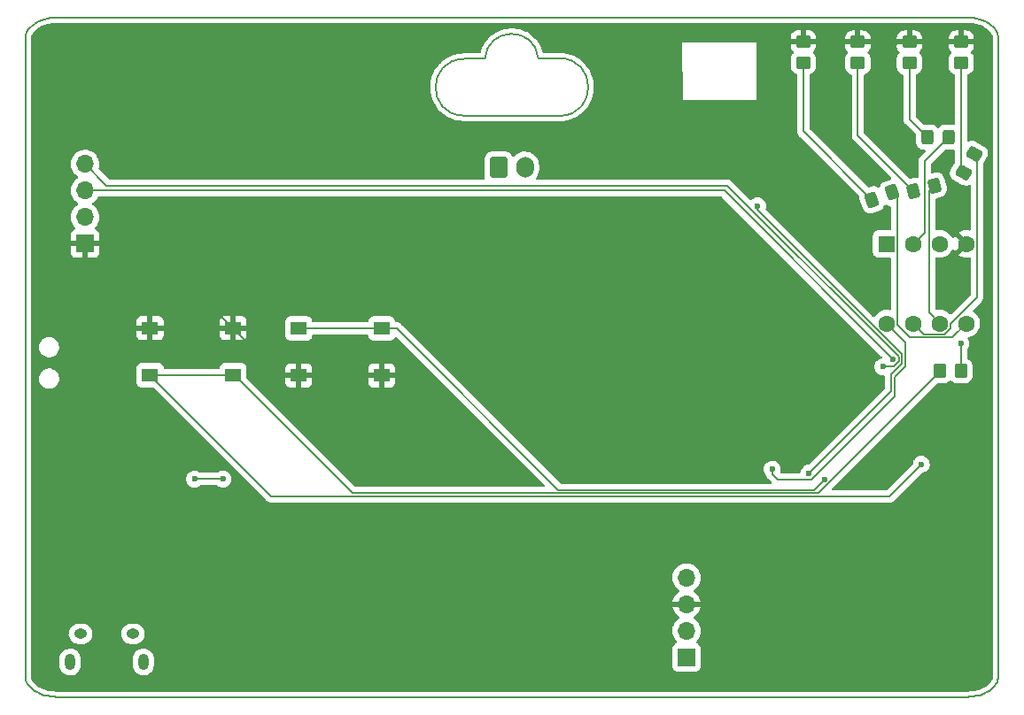
<source format=gtl>
G04 #@! TF.GenerationSoftware,KiCad,Pcbnew,(6.0.0)*
G04 #@! TF.CreationDate,2022-02-16T09:51:19+01:00*
G04 #@! TF.ProjectId,drawing.kicad_v2_pcb,64726177-696e-4672-9e6b-696361645f76,v2.1*
G04 #@! TF.SameCoordinates,Original*
G04 #@! TF.FileFunction,Copper,L1,Top*
G04 #@! TF.FilePolarity,Positive*
%FSLAX46Y46*%
G04 Gerber Fmt 4.6, Leading zero omitted, Abs format (unit mm)*
G04 Created by KiCad (PCBNEW (6.0.0)) date 2022-02-16 09:51:19*
%MOMM*%
%LPD*%
G01*
G04 APERTURE LIST*
G04 Aperture macros list*
%AMRoundRect*
0 Rectangle with rounded corners*
0 $1 Rounding radius*
0 $2 $3 $4 $5 $6 $7 $8 $9 X,Y pos of 4 corners*
0 Add a 4 corners polygon primitive as box body*
4,1,4,$2,$3,$4,$5,$6,$7,$8,$9,$2,$3,0*
0 Add four circle primitives for the rounded corners*
1,1,$1+$1,$2,$3*
1,1,$1+$1,$4,$5*
1,1,$1+$1,$6,$7*
1,1,$1+$1,$8,$9*
0 Add four rect primitives between the rounded corners*
20,1,$1+$1,$2,$3,$4,$5,0*
20,1,$1+$1,$4,$5,$6,$7,0*
20,1,$1+$1,$6,$7,$8,$9,0*
20,1,$1+$1,$8,$9,$2,$3,0*%
G04 Aperture macros list end*
G04 #@! TA.AperFunction,Profile*
%ADD10C,0.150000*%
G04 #@! TD*
%ADD11C,0.200000*%
G04 #@! TA.AperFunction,Profile*
%ADD12C,0.200000*%
G04 #@! TD*
G04 #@! TA.AperFunction,ComponentPad*
%ADD13RoundRect,0.250000X-0.600000X-0.750000X0.600000X-0.750000X0.600000X0.750000X-0.600000X0.750000X0*%
G04 #@! TD*
G04 #@! TA.AperFunction,ComponentPad*
%ADD14O,1.700000X2.000000*%
G04 #@! TD*
G04 #@! TA.AperFunction,SMDPad,CuDef*
%ADD15RoundRect,0.250000X-0.151491X-0.534018X0.459309X-0.311705X0.151491X0.534018X-0.459309X0.311705X0*%
G04 #@! TD*
G04 #@! TA.AperFunction,SMDPad,CuDef*
%ADD16RoundRect,0.250000X-0.197457X-0.518783X0.430394X-0.350550X0.197457X0.518783X-0.430394X0.350550X0*%
G04 #@! TD*
G04 #@! TA.AperFunction,SMDPad,CuDef*
%ADD17RoundRect,0.250000X0.227211X-0.506458X0.552211X0.056458X-0.227211X0.506458X-0.552211X-0.056458X0*%
G04 #@! TD*
G04 #@! TA.AperFunction,SMDPad,CuDef*
%ADD18RoundRect,0.250000X-0.325000X-0.450000X0.325000X-0.450000X0.325000X0.450000X-0.325000X0.450000X0*%
G04 #@! TD*
G04 #@! TA.AperFunction,SMDPad,CuDef*
%ADD19RoundRect,0.250000X0.450000X-0.350000X0.450000X0.350000X-0.450000X0.350000X-0.450000X-0.350000X0*%
G04 #@! TD*
G04 #@! TA.AperFunction,ComponentPad*
%ADD20R,1.700000X1.700000*%
G04 #@! TD*
G04 #@! TA.AperFunction,ComponentPad*
%ADD21O,1.700000X1.700000*%
G04 #@! TD*
G04 #@! TA.AperFunction,SMDPad,CuDef*
%ADD22R,1.550000X1.300000*%
G04 #@! TD*
G04 #@! TA.AperFunction,SMDPad,CuDef*
%ADD23RoundRect,0.250000X-0.350000X-0.450000X0.350000X-0.450000X0.350000X0.450000X-0.350000X0.450000X0*%
G04 #@! TD*
G04 #@! TA.AperFunction,ComponentPad*
%ADD24O,1.250000X0.950000*%
G04 #@! TD*
G04 #@! TA.AperFunction,ComponentPad*
%ADD25O,1.000000X1.550000*%
G04 #@! TD*
G04 #@! TA.AperFunction,ComponentPad*
%ADD26R,1.600000X1.600000*%
G04 #@! TD*
G04 #@! TA.AperFunction,ComponentPad*
%ADD27C,1.600000*%
G04 #@! TD*
G04 #@! TA.AperFunction,ViaPad*
%ADD28C,0.600000*%
G04 #@! TD*
G04 #@! TA.AperFunction,Conductor*
%ADD29C,0.152400*%
G04 #@! TD*
G04 APERTURE END LIST*
D10*
X157096620Y-70834873D02*
X147866620Y-70804873D01*
X147916669Y-65364807D02*
X149926620Y-65364873D01*
X157036620Y-65324874D02*
X155026620Y-65314873D01*
X155026619Y-65314873D02*
G75*
G03*
X149926620Y-65364873I-2548019J-227008D01*
G01*
X147916669Y-65394800D02*
G75*
G03*
X147866620Y-70804873I0J-2705268D01*
G01*
X157096620Y-70834872D02*
G75*
G03*
X157036620Y-65324874I-41644J2754872D01*
G01*
D11*
X199009991Y-124410835D02*
X198994558Y-124617854D01*
X198949252Y-124818762D01*
X198875557Y-125012559D01*
X198774959Y-125198246D01*
X198648943Y-125374823D01*
X198498994Y-125541290D01*
X198326598Y-125696648D01*
X198133240Y-125839897D01*
X197920406Y-125970037D01*
X197689580Y-126086068D01*
X197442248Y-126186991D01*
X197179896Y-126271807D01*
X196904009Y-126339514D01*
X196616072Y-126389115D01*
X196317570Y-126419608D01*
X196009990Y-126429995D01*
X196009990Y-61430000D02*
X196317570Y-61440386D01*
X196616072Y-61470880D01*
X196904009Y-61520480D01*
X197179896Y-61588188D01*
X197442248Y-61673004D01*
X197689580Y-61773927D01*
X197920406Y-61889959D01*
X198133240Y-62020099D01*
X198326598Y-62163348D01*
X198498994Y-62318706D01*
X198648943Y-62485173D01*
X198774959Y-62661750D01*
X198875557Y-62847436D01*
X198949252Y-63041233D01*
X198994558Y-63242140D01*
X199009991Y-63449159D01*
D12*
X109010000Y-61430000D02*
X109010000Y-61430000D01*
D11*
X109010000Y-126429995D02*
X108702419Y-126419608D01*
X108403917Y-126389115D01*
X108115979Y-126339514D01*
X107840092Y-126271807D01*
X107577739Y-126186991D01*
X107330408Y-126086068D01*
X107099582Y-125970037D01*
X106886747Y-125839897D01*
X106693389Y-125696648D01*
X106520992Y-125541290D01*
X106371043Y-125374823D01*
X106245027Y-125198246D01*
X106144429Y-125012559D01*
X106070734Y-124818762D01*
X106025428Y-124617854D01*
X106009996Y-124410835D01*
D12*
X196009990Y-126429995D02*
X109010000Y-126429995D01*
X199009991Y-63449159D02*
X199009991Y-124410835D01*
D11*
X106009996Y-63449159D02*
X106025428Y-63242140D01*
X106070734Y-63041233D01*
X106144429Y-62847436D01*
X106245027Y-62661750D01*
X106371043Y-62485173D01*
X106520992Y-62318706D01*
X106693389Y-62163348D01*
X106886747Y-62020099D01*
X107099582Y-61889959D01*
X107330408Y-61773927D01*
X107577739Y-61673004D01*
X107840092Y-61588188D01*
X108115979Y-61520480D01*
X108403917Y-61470880D01*
X108702419Y-61440386D01*
X109010000Y-61430000D01*
D12*
X106009996Y-124410835D02*
X106009996Y-63449159D01*
X109010000Y-61430000D02*
X196009990Y-61430000D01*
D13*
X151250000Y-75760000D03*
D14*
X153750000Y-75760000D03*
D15*
X186920615Y-78861971D03*
X188846985Y-78160829D03*
D16*
X190905766Y-78035010D03*
X192885914Y-77504430D03*
D17*
X195677100Y-76249476D03*
X196702100Y-74474124D03*
D18*
X192208040Y-72864980D03*
X194258040Y-72864980D03*
D19*
X180365400Y-65719200D03*
X180365400Y-63719200D03*
X185572400Y-65770000D03*
X185572400Y-63770000D03*
X195453000Y-65770000D03*
X195453000Y-63770000D03*
X190500000Y-65770000D03*
X190500000Y-63770000D03*
D20*
X111709200Y-83058000D03*
D21*
X111709200Y-80518000D03*
X111709200Y-77978000D03*
X111709200Y-75438000D03*
D22*
X125875000Y-95645800D03*
X117925000Y-95645800D03*
X125875000Y-91145800D03*
X117925000Y-91145800D03*
D23*
X193411600Y-95224600D03*
X195411600Y-95224600D03*
D22*
X140068200Y-95671200D03*
X132118200Y-95671200D03*
X140068200Y-91171200D03*
X132118200Y-91171200D03*
D24*
X116276760Y-120398540D03*
X111276760Y-120398540D03*
D25*
X117276760Y-123098540D03*
X110276760Y-123098540D03*
D26*
X188325600Y-83083400D03*
D27*
X190865600Y-83083400D03*
X193405600Y-83083400D03*
X195945600Y-83083400D03*
X195945600Y-90703400D03*
X193405600Y-90703400D03*
X190865600Y-90703400D03*
X188325600Y-90703400D03*
D20*
X169195200Y-122645800D03*
D21*
X169195200Y-120105800D03*
X169195200Y-117565800D03*
X169195200Y-115025800D03*
D28*
X121200000Y-86900000D03*
X195420000Y-92630000D03*
X124890000Y-105570000D03*
X122190000Y-105590000D03*
X188950000Y-94110000D03*
X187970000Y-94840000D03*
X191643000Y-104165400D03*
X182380000Y-105620000D03*
X176000000Y-79460000D03*
X180890000Y-105036302D03*
X177390000Y-104640000D03*
D29*
X122210000Y-105570000D02*
X122190000Y-105590000D01*
X124890000Y-105570000D02*
X122210000Y-105570000D01*
X180416200Y-63770000D02*
X180365400Y-63719200D01*
X132118200Y-95671200D02*
X130400400Y-95671200D01*
X121629200Y-86900000D02*
X121200000Y-86900000D01*
X125875000Y-91145800D02*
X121629200Y-86900000D01*
X130400400Y-95671200D02*
X125875000Y-91145800D01*
X132118200Y-95671200D02*
X140068200Y-95671200D01*
X195453000Y-63770000D02*
X190500000Y-63770000D01*
X185572400Y-63770000D02*
X180416200Y-63770000D01*
X117925000Y-91145800D02*
X125875000Y-91145800D01*
X190500000Y-63770000D02*
X185572400Y-63770000D01*
X180365400Y-72306756D02*
X186920615Y-78861971D01*
X180365400Y-65719200D02*
X180365400Y-72306756D01*
X185572400Y-65770000D02*
X185572400Y-72701644D01*
X185572400Y-72701644D02*
X190905766Y-78035010D01*
X195453000Y-76025376D02*
X195677100Y-76249476D01*
X195453000Y-65770000D02*
X195453000Y-76025376D01*
X190500000Y-65770000D02*
X190500000Y-71156940D01*
X190500000Y-71156940D02*
X192208040Y-72864980D01*
X195420000Y-92630000D02*
X195411600Y-92638400D01*
X195411600Y-92638400D02*
X195411600Y-95224600D01*
X194599400Y-92049600D02*
X195945600Y-90703400D01*
X189353711Y-90852511D02*
X190550800Y-92049600D01*
X188846985Y-78160829D02*
X189353711Y-78667555D01*
X190550800Y-92049600D02*
X194599400Y-92049600D01*
X189353711Y-78667555D02*
X189353711Y-90852511D01*
X192885914Y-77504430D02*
X192377489Y-78012855D01*
X192377489Y-78012855D02*
X192377489Y-89675289D01*
X192377489Y-89675289D02*
X193405600Y-90703400D01*
X194433711Y-90703400D02*
X194433711Y-91129259D01*
X193817690Y-91745280D02*
X191907480Y-91745280D01*
X191907480Y-91745280D02*
X190865600Y-90703400D01*
X196973711Y-88163400D02*
X194433711Y-90703400D01*
X196973711Y-74745735D02*
X196973711Y-88163400D01*
X196702100Y-74474124D02*
X196973711Y-74745735D01*
X194433711Y-91129259D02*
X193817690Y-91745280D01*
X194258040Y-72864980D02*
X191942434Y-75180586D01*
X191942434Y-82006566D02*
X190865600Y-83083400D01*
X191942434Y-75180586D02*
X191942434Y-82006566D01*
X172818000Y-77978000D02*
X188950000Y-94110000D01*
X111709200Y-77978000D02*
X172818000Y-77978000D01*
X189478101Y-93891252D02*
X189478101Y-94328748D01*
X173089969Y-77503120D02*
X189478101Y-93891252D01*
X189478101Y-94328748D02*
X188966849Y-94840000D01*
X188966849Y-94840000D02*
X187970000Y-94840000D01*
X111709200Y-75438000D02*
X113774320Y-77503120D01*
X113774320Y-77503120D02*
X173089969Y-77503120D01*
X193411600Y-95335249D02*
X193411600Y-95224600D01*
X125875000Y-95645800D02*
X126000000Y-95645800D01*
X156833951Y-106944311D02*
X181802538Y-106944311D01*
X126000000Y-95645800D02*
X137288510Y-106934310D01*
X137288510Y-106934310D02*
X156823950Y-106934310D01*
X156823950Y-106934310D02*
X156833951Y-106944311D01*
X117925000Y-95645800D02*
X129527820Y-107248620D01*
X181802538Y-106944311D02*
X193411600Y-95335249D01*
X125875000Y-95645800D02*
X117925000Y-95645800D01*
X129527820Y-107248620D02*
X188559780Y-107248620D01*
X188559780Y-107248620D02*
X191643000Y-104165400D01*
X140068200Y-91171200D02*
X141491200Y-91171200D01*
X132118200Y-91171200D02*
X140068200Y-91171200D01*
X181360000Y-106640000D02*
X182380000Y-105620000D01*
X156960000Y-106640000D02*
X181360000Y-106640000D01*
X141491200Y-91171200D02*
X156960000Y-106640000D01*
X189782411Y-93635202D02*
X189782411Y-94557229D01*
X175973605Y-79486395D02*
X176000000Y-79460000D01*
X188735690Y-97190612D02*
X180890000Y-105036302D01*
X175973605Y-79826395D02*
X175973605Y-79486395D01*
X188735690Y-95603950D02*
X188735690Y-97190612D01*
X189782411Y-94557229D02*
X188735690Y-95603950D01*
X175973605Y-79826395D02*
X189782411Y-93635202D01*
X189060000Y-95870000D02*
X189060000Y-97370000D01*
X188325600Y-90703400D02*
X190100000Y-92477800D01*
X190100000Y-92477800D02*
X190100000Y-94660000D01*
X177390000Y-105120000D02*
X177390000Y-104640000D01*
X181130000Y-105620000D02*
X177890000Y-105620000D01*
X189060000Y-97690000D02*
X181130000Y-105620000D01*
X189200000Y-95730000D02*
X189060000Y-95870000D01*
X189060000Y-97370000D02*
X189060000Y-97690000D01*
X177890000Y-105620000D02*
X177390000Y-105120000D01*
X190100000Y-94830000D02*
X189200000Y-95730000D01*
X190100000Y-94660000D02*
X190100000Y-94670000D01*
X190100000Y-94670000D02*
X190100000Y-94830000D01*
G04 #@! TA.AperFunction,Conductor*
G36*
X196003547Y-61938072D02*
G01*
X196278851Y-61947368D01*
X196287404Y-61947948D01*
X196542757Y-61974034D01*
X196551336Y-61975211D01*
X196605063Y-61984466D01*
X196795861Y-62017333D01*
X196804502Y-62019135D01*
X196967275Y-62059082D01*
X197036652Y-62076108D01*
X197045364Y-62078582D01*
X197225127Y-62136698D01*
X197263424Y-62149079D01*
X197272268Y-62152308D01*
X197474640Y-62234886D01*
X197483626Y-62238970D01*
X197668719Y-62332012D01*
X197677859Y-62337092D01*
X197844197Y-62438801D01*
X197853472Y-62445054D01*
X197999768Y-62553438D01*
X198009102Y-62561072D01*
X198134384Y-62673971D01*
X198134386Y-62673973D01*
X198143641Y-62683230D01*
X198247416Y-62798437D01*
X198256350Y-62809565D01*
X198268864Y-62827099D01*
X198317156Y-62894766D01*
X198338717Y-62924978D01*
X198346943Y-62938152D01*
X198408763Y-63052261D01*
X198415747Y-63067492D01*
X198458447Y-63179780D01*
X198463583Y-63196827D01*
X198488706Y-63308233D01*
X198488707Y-63308238D01*
X198491444Y-63326588D01*
X198501642Y-63463380D01*
X198501991Y-63472747D01*
X198501991Y-124387241D01*
X198501642Y-124396608D01*
X198491444Y-124533407D01*
X198488708Y-124551754D01*
X198481053Y-124585700D01*
X198463586Y-124663157D01*
X198458444Y-124680224D01*
X198415749Y-124792499D01*
X198408763Y-124807734D01*
X198346945Y-124921839D01*
X198338720Y-124935012D01*
X198256357Y-125050423D01*
X198247414Y-125061560D01*
X198143648Y-125176755D01*
X198134380Y-125186025D01*
X198009106Y-125298919D01*
X197999762Y-125306562D01*
X197853474Y-125414940D01*
X197844198Y-125421194D01*
X197677859Y-125522903D01*
X197668719Y-125527983D01*
X197483634Y-125621022D01*
X197474647Y-125625107D01*
X197272260Y-125707690D01*
X197263420Y-125710917D01*
X197045356Y-125781415D01*
X197036644Y-125783889D01*
X196967098Y-125800956D01*
X196804506Y-125840859D01*
X196795865Y-125842661D01*
X196630327Y-125871177D01*
X196551334Y-125884784D01*
X196542756Y-125885960D01*
X196461657Y-125894245D01*
X196287398Y-125912046D01*
X196278846Y-125912626D01*
X196003560Y-125921923D01*
X195999307Y-125921995D01*
X109020700Y-125921995D01*
X109016448Y-125921923D01*
X108741135Y-125912626D01*
X108732582Y-125912046D01*
X108623922Y-125900946D01*
X108477237Y-125885962D01*
X108468659Y-125884785D01*
X108224118Y-125842660D01*
X108215483Y-125840860D01*
X107983331Y-125783885D01*
X107974619Y-125781411D01*
X107823890Y-125732681D01*
X107756569Y-125710917D01*
X107747726Y-125707689D01*
X107545342Y-125625107D01*
X107536355Y-125621022D01*
X107351265Y-125527981D01*
X107342125Y-125522901D01*
X107175786Y-125421192D01*
X107166511Y-125414938D01*
X107020224Y-125306562D01*
X107010879Y-125298919D01*
X106885608Y-125186028D01*
X106876339Y-125176758D01*
X106772572Y-125061561D01*
X106763631Y-125050425D01*
X106731473Y-125005365D01*
X106681265Y-124935012D01*
X106673043Y-124921845D01*
X106644409Y-124868989D01*
X106631089Y-124844402D01*
X106611222Y-124807731D01*
X106604237Y-124792498D01*
X106561542Y-124680225D01*
X106556400Y-124663156D01*
X106536427Y-124574584D01*
X106531279Y-124551755D01*
X106528542Y-124533405D01*
X106520815Y-124429737D01*
X106518345Y-124396608D01*
X106517996Y-124387242D01*
X106517996Y-123423309D01*
X109268260Y-123423309D01*
X109268560Y-123426365D01*
X109268560Y-123426372D01*
X109269290Y-123433813D01*
X109282680Y-123570373D01*
X109284462Y-123576274D01*
X109284462Y-123576276D01*
X109293471Y-123606116D01*
X109339844Y-123759709D01*
X109432694Y-123934336D01*
X109503051Y-124020602D01*
X109553800Y-124082827D01*
X109553803Y-124082830D01*
X109557695Y-124087602D01*
X109562442Y-124091529D01*
X109562444Y-124091531D01*
X109705335Y-124209741D01*
X109705339Y-124209743D01*
X109710085Y-124213670D01*
X109884059Y-124307738D01*
X110072992Y-124366222D01*
X110079117Y-124366866D01*
X110079118Y-124366866D01*
X110263556Y-124386251D01*
X110263558Y-124386251D01*
X110269685Y-124386895D01*
X110352184Y-124379387D01*
X110460509Y-124369529D01*
X110460512Y-124369528D01*
X110466648Y-124368970D01*
X110472554Y-124367232D01*
X110472558Y-124367231D01*
X110577684Y-124336291D01*
X110656379Y-124313130D01*
X110661837Y-124310277D01*
X110661841Y-124310275D01*
X110752613Y-124262820D01*
X110831650Y-124221500D01*
X110985785Y-124097572D01*
X111112914Y-123946066D01*
X111115881Y-123940668D01*
X111115885Y-123940663D01*
X111205227Y-123778148D01*
X111208193Y-123772753D01*
X111210606Y-123765148D01*
X111266133Y-123590104D01*
X111266133Y-123590103D01*
X111267995Y-123584234D01*
X111285260Y-123430313D01*
X111285260Y-123423309D01*
X116268260Y-123423309D01*
X116268560Y-123426365D01*
X116268560Y-123426372D01*
X116269290Y-123433813D01*
X116282680Y-123570373D01*
X116284462Y-123576274D01*
X116284462Y-123576276D01*
X116293471Y-123606116D01*
X116339844Y-123759709D01*
X116432694Y-123934336D01*
X116503051Y-124020602D01*
X116553800Y-124082827D01*
X116553803Y-124082830D01*
X116557695Y-124087602D01*
X116562442Y-124091529D01*
X116562444Y-124091531D01*
X116705335Y-124209741D01*
X116705339Y-124209743D01*
X116710085Y-124213670D01*
X116884059Y-124307738D01*
X117072992Y-124366222D01*
X117079117Y-124366866D01*
X117079118Y-124366866D01*
X117263556Y-124386251D01*
X117263558Y-124386251D01*
X117269685Y-124386895D01*
X117352184Y-124379387D01*
X117460509Y-124369529D01*
X117460512Y-124369528D01*
X117466648Y-124368970D01*
X117472554Y-124367232D01*
X117472558Y-124367231D01*
X117577684Y-124336291D01*
X117656379Y-124313130D01*
X117661837Y-124310277D01*
X117661841Y-124310275D01*
X117752613Y-124262820D01*
X117831650Y-124221500D01*
X117985785Y-124097572D01*
X118112914Y-123946066D01*
X118115881Y-123940668D01*
X118115885Y-123940663D01*
X118205227Y-123778148D01*
X118208193Y-123772753D01*
X118210606Y-123765148D01*
X118266133Y-123590104D01*
X118266133Y-123590103D01*
X118267995Y-123584234D01*
X118285260Y-123430313D01*
X118285260Y-122773771D01*
X118284574Y-122766767D01*
X118271441Y-122632841D01*
X118270840Y-122626707D01*
X118213676Y-122437371D01*
X118120826Y-122262744D01*
X118050469Y-122176478D01*
X117999720Y-122114253D01*
X117999717Y-122114250D01*
X117995825Y-122109478D01*
X117989484Y-122104232D01*
X117848185Y-121987339D01*
X117848181Y-121987337D01*
X117843435Y-121983410D01*
X117669461Y-121889342D01*
X117480528Y-121830858D01*
X117474403Y-121830214D01*
X117474402Y-121830214D01*
X117289964Y-121810829D01*
X117289962Y-121810829D01*
X117283835Y-121810185D01*
X117201336Y-121817693D01*
X117093011Y-121827551D01*
X117093008Y-121827552D01*
X117086872Y-121828110D01*
X117080966Y-121829848D01*
X117080962Y-121829849D01*
X116975836Y-121860789D01*
X116897141Y-121883950D01*
X116891683Y-121886803D01*
X116891679Y-121886805D01*
X116800907Y-121934260D01*
X116721870Y-121975580D01*
X116567735Y-122099508D01*
X116440606Y-122251014D01*
X116437639Y-122256412D01*
X116437635Y-122256417D01*
X116434157Y-122262744D01*
X116345327Y-122424327D01*
X116343466Y-122430194D01*
X116343465Y-122430196D01*
X116287387Y-122606976D01*
X116285525Y-122612846D01*
X116268260Y-122766767D01*
X116268260Y-123423309D01*
X111285260Y-123423309D01*
X111285260Y-122773771D01*
X111284574Y-122766767D01*
X111271441Y-122632841D01*
X111270840Y-122626707D01*
X111213676Y-122437371D01*
X111120826Y-122262744D01*
X111050469Y-122176478D01*
X110999720Y-122114253D01*
X110999717Y-122114250D01*
X110995825Y-122109478D01*
X110989484Y-122104232D01*
X110848185Y-121987339D01*
X110848181Y-121987337D01*
X110843435Y-121983410D01*
X110669461Y-121889342D01*
X110480528Y-121830858D01*
X110474403Y-121830214D01*
X110474402Y-121830214D01*
X110289964Y-121810829D01*
X110289962Y-121810829D01*
X110283835Y-121810185D01*
X110201336Y-121817693D01*
X110093011Y-121827551D01*
X110093008Y-121827552D01*
X110086872Y-121828110D01*
X110080966Y-121829848D01*
X110080962Y-121829849D01*
X109975836Y-121860789D01*
X109897141Y-121883950D01*
X109891683Y-121886803D01*
X109891679Y-121886805D01*
X109800907Y-121934260D01*
X109721870Y-121975580D01*
X109567735Y-122099508D01*
X109440606Y-122251014D01*
X109437639Y-122256412D01*
X109437635Y-122256417D01*
X109434157Y-122262744D01*
X109345327Y-122424327D01*
X109343466Y-122430194D01*
X109343465Y-122430196D01*
X109287387Y-122606976D01*
X109285525Y-122612846D01*
X109268260Y-122766767D01*
X109268260Y-123423309D01*
X106517996Y-123423309D01*
X106517996Y-120446832D01*
X110139368Y-120446832D01*
X110169246Y-120644388D01*
X110238237Y-120831901D01*
X110343525Y-121001712D01*
X110480807Y-121146884D01*
X110644476Y-121261486D01*
X110827846Y-121340838D01*
X111023426Y-121381696D01*
X111028282Y-121381951D01*
X111028321Y-121381953D01*
X111028337Y-121381953D01*
X111029989Y-121382040D01*
X111476694Y-121382040D01*
X111505990Y-121379064D01*
X111619194Y-121367566D01*
X111619198Y-121367565D01*
X111625540Y-121366921D01*
X111758802Y-121325159D01*
X111810109Y-121309080D01*
X111810110Y-121309079D01*
X111816200Y-121307171D01*
X111825688Y-121301912D01*
X111969073Y-121222432D01*
X111990951Y-121210305D01*
X112142656Y-121080279D01*
X112146565Y-121075240D01*
X112261205Y-120927447D01*
X112261207Y-120927444D01*
X112265117Y-120922403D01*
X112268864Y-120914790D01*
X112350512Y-120748858D01*
X112353331Y-120743129D01*
X112403695Y-120549778D01*
X112409091Y-120446832D01*
X115139368Y-120446832D01*
X115169246Y-120644388D01*
X115238237Y-120831901D01*
X115343525Y-121001712D01*
X115480807Y-121146884D01*
X115644476Y-121261486D01*
X115827846Y-121340838D01*
X116023426Y-121381696D01*
X116028282Y-121381951D01*
X116028321Y-121381953D01*
X116028337Y-121381953D01*
X116029989Y-121382040D01*
X116476694Y-121382040D01*
X116505990Y-121379064D01*
X116619194Y-121367566D01*
X116619198Y-121367565D01*
X116625540Y-121366921D01*
X116758802Y-121325159D01*
X116810109Y-121309080D01*
X116810110Y-121309079D01*
X116816200Y-121307171D01*
X116825688Y-121301912D01*
X116969073Y-121222432D01*
X116990951Y-121210305D01*
X117142656Y-121080279D01*
X117146565Y-121075240D01*
X117261205Y-120927447D01*
X117261207Y-120927444D01*
X117265117Y-120922403D01*
X117268864Y-120914790D01*
X117350512Y-120748858D01*
X117353331Y-120743129D01*
X117403695Y-120549778D01*
X117409425Y-120440451D01*
X117413818Y-120356629D01*
X117413818Y-120356625D01*
X117414152Y-120350248D01*
X117384274Y-120152692D01*
X117356665Y-120077651D01*
X117354768Y-120072495D01*
X167832451Y-120072495D01*
X167832748Y-120077648D01*
X167832748Y-120077651D01*
X167838211Y-120172390D01*
X167845310Y-120295515D01*
X167846447Y-120300561D01*
X167846448Y-120300567D01*
X167856221Y-120343930D01*
X167894422Y-120513439D01*
X167978466Y-120720416D01*
X168095187Y-120910888D01*
X168241450Y-121079738D01*
X168245430Y-121083042D01*
X168250181Y-121086987D01*
X168289816Y-121145890D01*
X168291313Y-121216871D01*
X168254197Y-121277393D01*
X168213925Y-121301912D01*
X168117951Y-121337891D01*
X168098495Y-121345185D01*
X167981939Y-121432539D01*
X167894585Y-121549095D01*
X167843455Y-121685484D01*
X167836700Y-121747666D01*
X167836700Y-123543934D01*
X167843455Y-123606116D01*
X167894585Y-123742505D01*
X167981939Y-123859061D01*
X168098495Y-123946415D01*
X168234884Y-123997545D01*
X168297066Y-124004300D01*
X170093334Y-124004300D01*
X170155516Y-123997545D01*
X170291905Y-123946415D01*
X170408461Y-123859061D01*
X170495815Y-123742505D01*
X170546945Y-123606116D01*
X170553700Y-123543934D01*
X170553700Y-121747666D01*
X170546945Y-121685484D01*
X170495815Y-121549095D01*
X170408461Y-121432539D01*
X170291905Y-121345185D01*
X170273545Y-121338302D01*
X170173403Y-121300760D01*
X170116639Y-121258118D01*
X170091939Y-121191556D01*
X170107147Y-121122208D01*
X170128693Y-121093527D01*
X170216179Y-121006346D01*
X170233296Y-120989289D01*
X170292794Y-120906489D01*
X170360635Y-120812077D01*
X170363653Y-120807877D01*
X170395654Y-120743129D01*
X170460336Y-120612253D01*
X170460337Y-120612251D01*
X170462630Y-120607611D01*
X170527570Y-120393869D01*
X170556729Y-120172390D01*
X170558356Y-120105800D01*
X170540052Y-119883161D01*
X170485631Y-119666502D01*
X170396554Y-119461640D01*
X170275214Y-119274077D01*
X170124870Y-119108851D01*
X170120819Y-119105652D01*
X170120815Y-119105648D01*
X169953614Y-118973600D01*
X169953610Y-118973598D01*
X169949559Y-118970398D01*
X169907769Y-118947329D01*
X169857798Y-118896897D01*
X169843026Y-118827454D01*
X169868142Y-118761048D01*
X169895494Y-118734441D01*
X170070528Y-118609592D01*
X170078400Y-118602939D01*
X170229252Y-118452612D01*
X170235930Y-118444765D01*
X170360203Y-118271820D01*
X170365513Y-118262983D01*
X170459870Y-118072067D01*
X170463669Y-118062472D01*
X170525577Y-117858710D01*
X170527755Y-117848637D01*
X170529186Y-117837762D01*
X170526975Y-117823578D01*
X170513817Y-117819800D01*
X167878425Y-117819800D01*
X167864894Y-117823773D01*
X167863457Y-117833766D01*
X167893765Y-117968246D01*
X167896845Y-117978075D01*
X167976970Y-118175403D01*
X167981613Y-118184594D01*
X168092894Y-118366188D01*
X168098977Y-118374499D01*
X168238413Y-118535467D01*
X168245780Y-118542683D01*
X168409634Y-118678716D01*
X168418081Y-118684631D01*
X168487169Y-118725003D01*
X168535893Y-118776642D01*
X168548964Y-118846425D01*
X168522233Y-118912196D01*
X168481784Y-118945552D01*
X168468807Y-118952307D01*
X168464674Y-118955410D01*
X168464671Y-118955412D01*
X168440447Y-118973600D01*
X168290165Y-119086435D01*
X168135829Y-119247938D01*
X168009943Y-119432480D01*
X167981849Y-119493004D01*
X167939759Y-119583680D01*
X167915888Y-119635105D01*
X167856189Y-119850370D01*
X167832451Y-120072495D01*
X117354768Y-120072495D01*
X117317487Y-119971169D01*
X117317487Y-119971168D01*
X117315283Y-119965179D01*
X117209995Y-119795368D01*
X117072713Y-119650196D01*
X116909044Y-119535594D01*
X116725674Y-119456242D01*
X116530094Y-119415384D01*
X116525238Y-119415129D01*
X116525199Y-119415127D01*
X116525183Y-119415127D01*
X116523531Y-119415040D01*
X116076826Y-119415040D01*
X116063693Y-119416374D01*
X115934326Y-119429514D01*
X115934322Y-119429515D01*
X115927980Y-119430159D01*
X115812368Y-119466390D01*
X115743411Y-119488000D01*
X115743410Y-119488001D01*
X115737320Y-119489909D01*
X115562569Y-119586775D01*
X115557720Y-119590931D01*
X115463695Y-119671520D01*
X115410864Y-119716801D01*
X115406957Y-119721838D01*
X115406955Y-119721840D01*
X115292315Y-119869633D01*
X115292313Y-119869636D01*
X115288403Y-119874677D01*
X115285585Y-119880403D01*
X115285583Y-119880407D01*
X115246539Y-119959756D01*
X115200189Y-120053951D01*
X115149825Y-120247302D01*
X115144925Y-120340796D01*
X115142144Y-120393869D01*
X115139368Y-120446832D01*
X112409091Y-120446832D01*
X112409425Y-120440451D01*
X112413818Y-120356629D01*
X112413818Y-120356625D01*
X112414152Y-120350248D01*
X112384274Y-120152692D01*
X112356665Y-120077651D01*
X112317487Y-119971169D01*
X112317487Y-119971168D01*
X112315283Y-119965179D01*
X112209995Y-119795368D01*
X112072713Y-119650196D01*
X111909044Y-119535594D01*
X111725674Y-119456242D01*
X111530094Y-119415384D01*
X111525238Y-119415129D01*
X111525199Y-119415127D01*
X111525183Y-119415127D01*
X111523531Y-119415040D01*
X111076826Y-119415040D01*
X111063693Y-119416374D01*
X110934326Y-119429514D01*
X110934322Y-119429515D01*
X110927980Y-119430159D01*
X110812368Y-119466390D01*
X110743411Y-119488000D01*
X110743410Y-119488001D01*
X110737320Y-119489909D01*
X110562569Y-119586775D01*
X110557720Y-119590931D01*
X110463695Y-119671520D01*
X110410864Y-119716801D01*
X110406957Y-119721838D01*
X110406955Y-119721840D01*
X110292315Y-119869633D01*
X110292313Y-119869636D01*
X110288403Y-119874677D01*
X110285585Y-119880403D01*
X110285583Y-119880407D01*
X110246539Y-119959756D01*
X110200189Y-120053951D01*
X110149825Y-120247302D01*
X110144925Y-120340796D01*
X110142144Y-120393869D01*
X110139368Y-120446832D01*
X106517996Y-120446832D01*
X106517996Y-114992495D01*
X167832451Y-114992495D01*
X167832748Y-114997648D01*
X167832748Y-114997651D01*
X167838211Y-115092390D01*
X167845310Y-115215515D01*
X167846447Y-115220561D01*
X167846448Y-115220567D01*
X167866319Y-115308739D01*
X167894422Y-115433439D01*
X167978466Y-115640416D01*
X168095187Y-115830888D01*
X168241450Y-115999738D01*
X168413326Y-116142432D01*
X168487155Y-116185574D01*
X168535879Y-116237212D01*
X168548950Y-116306995D01*
X168522219Y-116372767D01*
X168481762Y-116406127D01*
X168473657Y-116410346D01*
X168464938Y-116415836D01*
X168294633Y-116543705D01*
X168286926Y-116550548D01*
X168139790Y-116704517D01*
X168133304Y-116712527D01*
X168013298Y-116888449D01*
X168008200Y-116897423D01*
X167918538Y-117090583D01*
X167914975Y-117100270D01*
X167859589Y-117299983D01*
X167861112Y-117308407D01*
X167873492Y-117311800D01*
X170513544Y-117311800D01*
X170527075Y-117307827D01*
X170528380Y-117298747D01*
X170486414Y-117131675D01*
X170483094Y-117121924D01*
X170398172Y-116926614D01*
X170393305Y-116917539D01*
X170277626Y-116738726D01*
X170271336Y-116730557D01*
X170128006Y-116573040D01*
X170120473Y-116566015D01*
X169953339Y-116434022D01*
X169944756Y-116428320D01*
X169907802Y-116407920D01*
X169857831Y-116357487D01*
X169843059Y-116288045D01*
X169868175Y-116221639D01*
X169895527Y-116195032D01*
X169918997Y-116178291D01*
X170075060Y-116066973D01*
X170233296Y-115909289D01*
X170292794Y-115826489D01*
X170360635Y-115732077D01*
X170363653Y-115727877D01*
X170462630Y-115527611D01*
X170527570Y-115313869D01*
X170556729Y-115092390D01*
X170558356Y-115025800D01*
X170540052Y-114803161D01*
X170485631Y-114586502D01*
X170396554Y-114381640D01*
X170275214Y-114194077D01*
X170124870Y-114028851D01*
X170120819Y-114025652D01*
X170120815Y-114025648D01*
X169953614Y-113893600D01*
X169953610Y-113893598D01*
X169949559Y-113890398D01*
X169753989Y-113782438D01*
X169749120Y-113780714D01*
X169749116Y-113780712D01*
X169548287Y-113709595D01*
X169548283Y-113709594D01*
X169543412Y-113707869D01*
X169538319Y-113706962D01*
X169538316Y-113706961D01*
X169328573Y-113669600D01*
X169328567Y-113669599D01*
X169323484Y-113668694D01*
X169249652Y-113667792D01*
X169105281Y-113666028D01*
X169105279Y-113666028D01*
X169100111Y-113665965D01*
X168879291Y-113699755D01*
X168666956Y-113769157D01*
X168468807Y-113872307D01*
X168464674Y-113875410D01*
X168464671Y-113875412D01*
X168440447Y-113893600D01*
X168290165Y-114006435D01*
X168135829Y-114167938D01*
X168009943Y-114352480D01*
X167915888Y-114555105D01*
X167856189Y-114770370D01*
X167832451Y-114992495D01*
X106517996Y-114992495D01*
X106517996Y-105578640D01*
X121376463Y-105578640D01*
X121394163Y-105759160D01*
X121451418Y-105931273D01*
X121455065Y-105937295D01*
X121455066Y-105937297D01*
X121526531Y-106055300D01*
X121545380Y-106086424D01*
X121671382Y-106216902D01*
X121823159Y-106316222D01*
X121829763Y-106318678D01*
X121829765Y-106318679D01*
X121986558Y-106376990D01*
X121986560Y-106376990D01*
X121993168Y-106379448D01*
X122076995Y-106390633D01*
X122165980Y-106402507D01*
X122165984Y-106402507D01*
X122172961Y-106403438D01*
X122179972Y-106402800D01*
X122179976Y-106402800D01*
X122322459Y-106389832D01*
X122353600Y-106386998D01*
X122360302Y-106384820D01*
X122360304Y-106384820D01*
X122519409Y-106333124D01*
X122519412Y-106333123D01*
X122526108Y-106330947D01*
X122681912Y-106238069D01*
X122732962Y-106189454D01*
X122796088Y-106156962D01*
X122819855Y-106154700D01*
X124277144Y-106154700D01*
X124345265Y-106174702D01*
X124360903Y-106187531D01*
X124361059Y-106187343D01*
X124366488Y-106191834D01*
X124371382Y-106196902D01*
X124523159Y-106296222D01*
X124529763Y-106298678D01*
X124529765Y-106298679D01*
X124686558Y-106356990D01*
X124686560Y-106356990D01*
X124693168Y-106359448D01*
X124776995Y-106370633D01*
X124865980Y-106382507D01*
X124865984Y-106382507D01*
X124872961Y-106383438D01*
X124879972Y-106382800D01*
X124879976Y-106382800D01*
X125022459Y-106369832D01*
X125053600Y-106366998D01*
X125060302Y-106364820D01*
X125060304Y-106364820D01*
X125219409Y-106313124D01*
X125219412Y-106313123D01*
X125226108Y-106310947D01*
X125381912Y-106218069D01*
X125513266Y-106092982D01*
X125613643Y-105941902D01*
X125678055Y-105772338D01*
X125703299Y-105592717D01*
X125703452Y-105581738D01*
X125703561Y-105573962D01*
X125703561Y-105573957D01*
X125703616Y-105570000D01*
X125683397Y-105389745D01*
X125642616Y-105272637D01*
X125626064Y-105225106D01*
X125626062Y-105225103D01*
X125623745Y-105218448D01*
X125527626Y-105064624D01*
X125478643Y-105015298D01*
X125404778Y-104940915D01*
X125404774Y-104940912D01*
X125399815Y-104935918D01*
X125388697Y-104928862D01*
X125287366Y-104864556D01*
X125246666Y-104838727D01*
X125182403Y-104815844D01*
X125082425Y-104780243D01*
X125082420Y-104780242D01*
X125075790Y-104777881D01*
X125068802Y-104777048D01*
X125068799Y-104777047D01*
X124945698Y-104762368D01*
X124895680Y-104756404D01*
X124888677Y-104757140D01*
X124888676Y-104757140D01*
X124722288Y-104774628D01*
X124722286Y-104774629D01*
X124715288Y-104775364D01*
X124543579Y-104833818D01*
X124505065Y-104857512D01*
X124395095Y-104925166D01*
X124395092Y-104925168D01*
X124389088Y-104928862D01*
X124384053Y-104933793D01*
X124384050Y-104933795D01*
X124368194Y-104949323D01*
X124305529Y-104982694D01*
X124280036Y-104985300D01*
X122779477Y-104985300D01*
X122711356Y-104965298D01*
X122703539Y-104959668D01*
X122699815Y-104955918D01*
X122688697Y-104948862D01*
X122651242Y-104925093D01*
X122546666Y-104858727D01*
X122517463Y-104848328D01*
X122382425Y-104800243D01*
X122382420Y-104800242D01*
X122375790Y-104797881D01*
X122368802Y-104797048D01*
X122368799Y-104797047D01*
X122245698Y-104782368D01*
X122195680Y-104776404D01*
X122188677Y-104777140D01*
X122188676Y-104777140D01*
X122022288Y-104794628D01*
X122022286Y-104794629D01*
X122015288Y-104795364D01*
X121843579Y-104853818D01*
X121786836Y-104888727D01*
X121695095Y-104945166D01*
X121695092Y-104945168D01*
X121689088Y-104948862D01*
X121684053Y-104953793D01*
X121684050Y-104953795D01*
X121570876Y-105064624D01*
X121559493Y-105075771D01*
X121461235Y-105228238D01*
X121458826Y-105234858D01*
X121458824Y-105234861D01*
X121411249Y-105365572D01*
X121399197Y-105398685D01*
X121376463Y-105578640D01*
X106517996Y-105578640D01*
X106517996Y-96009664D01*
X107301707Y-96009664D01*
X107330825Y-96202199D01*
X107333028Y-96208185D01*
X107333029Y-96208191D01*
X107395860Y-96378960D01*
X107395862Y-96378965D01*
X107398063Y-96384946D01*
X107500674Y-96550440D01*
X107634466Y-96691922D01*
X107793975Y-96803611D01*
X107799838Y-96806148D01*
X107966825Y-96878410D01*
X107966829Y-96878411D01*
X107972684Y-96880945D01*
X107978931Y-96882250D01*
X107978934Y-96882251D01*
X108158557Y-96919776D01*
X108158562Y-96919777D01*
X108163293Y-96920765D01*
X108169685Y-96921100D01*
X108312663Y-96921100D01*
X108381951Y-96914062D01*
X108451378Y-96907010D01*
X108451379Y-96907010D01*
X108457727Y-96906365D01*
X108538843Y-96880945D01*
X108637451Y-96850044D01*
X108637456Y-96850042D01*
X108643541Y-96848135D01*
X108739811Y-96794771D01*
X108808271Y-96756823D01*
X108808274Y-96756821D01*
X108813850Y-96753730D01*
X108818691Y-96749581D01*
X108818695Y-96749578D01*
X108956855Y-96631160D01*
X108961698Y-96627009D01*
X109081046Y-96473147D01*
X109094604Y-96445595D01*
X109164200Y-96304156D01*
X109167018Y-96298429D01*
X109173406Y-96273905D01*
X109214492Y-96116175D01*
X109214492Y-96116172D01*
X109216102Y-96109993D01*
X109221360Y-96009664D01*
X109225959Y-95921917D01*
X109225959Y-95921913D01*
X109226293Y-95915536D01*
X109197175Y-95723001D01*
X109194972Y-95717015D01*
X109194971Y-95717009D01*
X109132140Y-95546240D01*
X109132138Y-95546235D01*
X109129937Y-95540254D01*
X109051857Y-95414324D01*
X109030688Y-95380182D01*
X109030687Y-95380181D01*
X109027326Y-95374760D01*
X108995863Y-95341488D01*
X108897919Y-95237915D01*
X108893534Y-95233278D01*
X108734025Y-95121589D01*
X108686013Y-95100812D01*
X108561175Y-95046790D01*
X108561171Y-95046789D01*
X108555316Y-95044255D01*
X108549069Y-95042950D01*
X108549066Y-95042949D01*
X108369443Y-95005424D01*
X108369438Y-95005423D01*
X108364707Y-95004435D01*
X108358315Y-95004100D01*
X108215337Y-95004100D01*
X108168958Y-95008811D01*
X108076622Y-95018190D01*
X108076621Y-95018190D01*
X108070273Y-95018835D01*
X108013939Y-95036489D01*
X107890549Y-95075156D01*
X107890544Y-95075158D01*
X107884459Y-95077065D01*
X107811973Y-95117245D01*
X107719729Y-95168377D01*
X107719726Y-95168379D01*
X107714150Y-95171470D01*
X107709309Y-95175619D01*
X107709305Y-95175622D01*
X107695684Y-95187297D01*
X107566302Y-95298191D01*
X107446954Y-95452053D01*
X107444138Y-95457776D01*
X107444136Y-95457779D01*
X107400608Y-95546240D01*
X107360982Y-95626771D01*
X107359373Y-95632949D01*
X107359372Y-95632951D01*
X107337477Y-95717009D01*
X107311898Y-95815207D01*
X107311151Y-95829461D01*
X107305424Y-95938748D01*
X107301707Y-96009664D01*
X106517996Y-96009664D01*
X106517996Y-93009664D01*
X107301707Y-93009664D01*
X107330825Y-93202199D01*
X107333028Y-93208185D01*
X107333029Y-93208191D01*
X107395860Y-93378960D01*
X107395862Y-93378965D01*
X107398063Y-93384946D01*
X107500674Y-93550440D01*
X107634466Y-93691922D01*
X107793975Y-93803611D01*
X107799838Y-93806148D01*
X107966825Y-93878410D01*
X107966829Y-93878411D01*
X107972684Y-93880945D01*
X107978931Y-93882250D01*
X107978934Y-93882251D01*
X108158557Y-93919776D01*
X108158562Y-93919777D01*
X108163293Y-93920765D01*
X108169685Y-93921100D01*
X108312663Y-93921100D01*
X108381951Y-93914062D01*
X108451378Y-93907010D01*
X108451379Y-93907010D01*
X108457727Y-93906365D01*
X108538843Y-93880945D01*
X108637451Y-93850044D01*
X108637456Y-93850042D01*
X108643541Y-93848135D01*
X108730475Y-93799946D01*
X108808271Y-93756823D01*
X108808274Y-93756821D01*
X108813850Y-93753730D01*
X108818691Y-93749581D01*
X108818695Y-93749578D01*
X108956855Y-93631160D01*
X108961698Y-93627009D01*
X109081046Y-93473147D01*
X109121779Y-93390368D01*
X109164200Y-93304156D01*
X109167018Y-93298429D01*
X109184665Y-93230681D01*
X109214492Y-93116175D01*
X109214492Y-93116172D01*
X109216102Y-93109993D01*
X109226293Y-92915536D01*
X109197175Y-92723001D01*
X109194972Y-92717015D01*
X109194971Y-92717009D01*
X109132140Y-92546240D01*
X109132138Y-92546235D01*
X109129937Y-92540254D01*
X109027326Y-92374760D01*
X108951219Y-92294278D01*
X108897919Y-92237915D01*
X108893534Y-92233278D01*
X108734025Y-92121589D01*
X108686013Y-92100812D01*
X108561175Y-92046790D01*
X108561171Y-92046789D01*
X108555316Y-92044255D01*
X108549069Y-92042950D01*
X108549066Y-92042949D01*
X108369443Y-92005424D01*
X108369438Y-92005423D01*
X108364707Y-92004435D01*
X108358315Y-92004100D01*
X108215337Y-92004100D01*
X108146049Y-92011138D01*
X108076622Y-92018190D01*
X108076621Y-92018190D01*
X108070273Y-92018835D01*
X108022347Y-92033854D01*
X107890549Y-92075156D01*
X107890544Y-92075158D01*
X107884459Y-92077065D01*
X107811228Y-92117658D01*
X107719729Y-92168377D01*
X107719726Y-92168379D01*
X107714150Y-92171470D01*
X107709309Y-92175619D01*
X107709305Y-92175622D01*
X107580894Y-92285684D01*
X107566302Y-92298191D01*
X107562391Y-92303233D01*
X107562390Y-92303234D01*
X107547101Y-92322945D01*
X107446954Y-92452053D01*
X107444138Y-92457776D01*
X107444136Y-92457779D01*
X107400608Y-92546240D01*
X107360982Y-92626771D01*
X107359373Y-92632949D01*
X107359372Y-92632951D01*
X107317904Y-92792151D01*
X107311898Y-92815207D01*
X107307496Y-92899197D01*
X107302114Y-93001902D01*
X107301707Y-93009664D01*
X106517996Y-93009664D01*
X106517996Y-91840469D01*
X116642001Y-91840469D01*
X116642371Y-91847290D01*
X116647895Y-91898152D01*
X116651521Y-91913404D01*
X116696676Y-92033854D01*
X116705214Y-92049449D01*
X116781715Y-92151524D01*
X116794276Y-92164085D01*
X116896351Y-92240586D01*
X116911946Y-92249124D01*
X117032394Y-92294278D01*
X117047649Y-92297905D01*
X117098514Y-92303431D01*
X117105328Y-92303800D01*
X117652885Y-92303800D01*
X117668124Y-92299325D01*
X117669329Y-92297935D01*
X117671000Y-92290252D01*
X117671000Y-92285684D01*
X118179000Y-92285684D01*
X118183475Y-92300923D01*
X118184865Y-92302128D01*
X118192548Y-92303799D01*
X118744669Y-92303799D01*
X118751490Y-92303429D01*
X118802352Y-92297905D01*
X118817604Y-92294279D01*
X118938054Y-92249124D01*
X118953649Y-92240586D01*
X119055724Y-92164085D01*
X119068285Y-92151524D01*
X119144786Y-92049449D01*
X119153324Y-92033854D01*
X119198478Y-91913406D01*
X119202105Y-91898151D01*
X119207631Y-91847286D01*
X119208000Y-91840472D01*
X119208000Y-91840469D01*
X124592001Y-91840469D01*
X124592371Y-91847290D01*
X124597895Y-91898152D01*
X124601521Y-91913404D01*
X124646676Y-92033854D01*
X124655214Y-92049449D01*
X124731715Y-92151524D01*
X124744276Y-92164085D01*
X124846351Y-92240586D01*
X124861946Y-92249124D01*
X124982394Y-92294278D01*
X124997649Y-92297905D01*
X125048514Y-92303431D01*
X125055328Y-92303800D01*
X125602885Y-92303800D01*
X125618124Y-92299325D01*
X125619329Y-92297935D01*
X125621000Y-92290252D01*
X125621000Y-92285684D01*
X126129000Y-92285684D01*
X126133475Y-92300923D01*
X126134865Y-92302128D01*
X126142548Y-92303799D01*
X126694669Y-92303799D01*
X126701490Y-92303429D01*
X126752352Y-92297905D01*
X126767604Y-92294279D01*
X126888054Y-92249124D01*
X126903649Y-92240586D01*
X127005724Y-92164085D01*
X127018285Y-92151524D01*
X127094786Y-92049449D01*
X127103324Y-92033854D01*
X127148478Y-91913406D01*
X127152105Y-91898151D01*
X127157631Y-91847286D01*
X127158000Y-91840472D01*
X127158000Y-91417915D01*
X127153525Y-91402676D01*
X127152135Y-91401471D01*
X127144452Y-91399800D01*
X126147115Y-91399800D01*
X126131876Y-91404275D01*
X126130671Y-91405665D01*
X126129000Y-91413348D01*
X126129000Y-92285684D01*
X125621000Y-92285684D01*
X125621000Y-91417915D01*
X125616525Y-91402676D01*
X125615135Y-91401471D01*
X125607452Y-91399800D01*
X124610116Y-91399800D01*
X124594877Y-91404275D01*
X124593672Y-91405665D01*
X124592001Y-91413348D01*
X124592001Y-91840469D01*
X119208000Y-91840469D01*
X119208000Y-91417915D01*
X119203525Y-91402676D01*
X119202135Y-91401471D01*
X119194452Y-91399800D01*
X118197115Y-91399800D01*
X118181876Y-91404275D01*
X118180671Y-91405665D01*
X118179000Y-91413348D01*
X118179000Y-92285684D01*
X117671000Y-92285684D01*
X117671000Y-91417915D01*
X117666525Y-91402676D01*
X117665135Y-91401471D01*
X117657452Y-91399800D01*
X116660116Y-91399800D01*
X116644877Y-91404275D01*
X116643672Y-91405665D01*
X116642001Y-91413348D01*
X116642001Y-91840469D01*
X106517996Y-91840469D01*
X106517996Y-90873685D01*
X116642000Y-90873685D01*
X116646475Y-90888924D01*
X116647865Y-90890129D01*
X116655548Y-90891800D01*
X117652885Y-90891800D01*
X117668124Y-90887325D01*
X117669329Y-90885935D01*
X117671000Y-90878252D01*
X117671000Y-90873685D01*
X118179000Y-90873685D01*
X118183475Y-90888924D01*
X118184865Y-90890129D01*
X118192548Y-90891800D01*
X119189884Y-90891800D01*
X119205123Y-90887325D01*
X119206328Y-90885935D01*
X119207999Y-90878252D01*
X119207999Y-90873685D01*
X124592000Y-90873685D01*
X124596475Y-90888924D01*
X124597865Y-90890129D01*
X124605548Y-90891800D01*
X125602885Y-90891800D01*
X125618124Y-90887325D01*
X125619329Y-90885935D01*
X125621000Y-90878252D01*
X125621000Y-90873685D01*
X126129000Y-90873685D01*
X126133475Y-90888924D01*
X126134865Y-90890129D01*
X126142548Y-90891800D01*
X127139884Y-90891800D01*
X127155123Y-90887325D01*
X127156328Y-90885935D01*
X127157999Y-90878252D01*
X127157999Y-90451131D01*
X127157629Y-90444310D01*
X127152105Y-90393448D01*
X127148479Y-90378196D01*
X127103324Y-90257746D01*
X127094786Y-90242151D01*
X127018285Y-90140076D01*
X127005724Y-90127515D01*
X126903649Y-90051014D01*
X126888054Y-90042476D01*
X126767606Y-89997322D01*
X126752351Y-89993695D01*
X126701486Y-89988169D01*
X126694672Y-89987800D01*
X126147115Y-89987800D01*
X126131876Y-89992275D01*
X126130671Y-89993665D01*
X126129000Y-90001348D01*
X126129000Y-90873685D01*
X125621000Y-90873685D01*
X125621000Y-90005916D01*
X125616525Y-89990677D01*
X125615135Y-89989472D01*
X125607452Y-89987801D01*
X125055331Y-89987801D01*
X125048510Y-89988171D01*
X124997648Y-89993695D01*
X124982396Y-89997321D01*
X124861946Y-90042476D01*
X124846351Y-90051014D01*
X124744276Y-90127515D01*
X124731715Y-90140076D01*
X124655214Y-90242151D01*
X124646676Y-90257746D01*
X124601522Y-90378194D01*
X124597895Y-90393449D01*
X124592369Y-90444314D01*
X124592000Y-90451128D01*
X124592000Y-90873685D01*
X119207999Y-90873685D01*
X119207999Y-90451131D01*
X119207629Y-90444310D01*
X119202105Y-90393448D01*
X119198479Y-90378196D01*
X119153324Y-90257746D01*
X119144786Y-90242151D01*
X119068285Y-90140076D01*
X119055724Y-90127515D01*
X118953649Y-90051014D01*
X118938054Y-90042476D01*
X118817606Y-89997322D01*
X118802351Y-89993695D01*
X118751486Y-89988169D01*
X118744672Y-89987800D01*
X118197115Y-89987800D01*
X118181876Y-89992275D01*
X118180671Y-89993665D01*
X118179000Y-90001348D01*
X118179000Y-90873685D01*
X117671000Y-90873685D01*
X117671000Y-90005916D01*
X117666525Y-89990677D01*
X117665135Y-89989472D01*
X117657452Y-89987801D01*
X117105331Y-89987801D01*
X117098510Y-89988171D01*
X117047648Y-89993695D01*
X117032396Y-89997321D01*
X116911946Y-90042476D01*
X116896351Y-90051014D01*
X116794276Y-90127515D01*
X116781715Y-90140076D01*
X116705214Y-90242151D01*
X116696676Y-90257746D01*
X116651522Y-90378194D01*
X116647895Y-90393449D01*
X116642369Y-90444314D01*
X116642000Y-90451128D01*
X116642000Y-90873685D01*
X106517996Y-90873685D01*
X106517996Y-83952669D01*
X110351201Y-83952669D01*
X110351571Y-83959490D01*
X110357095Y-84010352D01*
X110360721Y-84025604D01*
X110405876Y-84146054D01*
X110414414Y-84161649D01*
X110490915Y-84263724D01*
X110503476Y-84276285D01*
X110605551Y-84352786D01*
X110621146Y-84361324D01*
X110741594Y-84406478D01*
X110756849Y-84410105D01*
X110807714Y-84415631D01*
X110814528Y-84416000D01*
X111437085Y-84416000D01*
X111452324Y-84411525D01*
X111453529Y-84410135D01*
X111455200Y-84402452D01*
X111455200Y-84397884D01*
X111963200Y-84397884D01*
X111967675Y-84413123D01*
X111969065Y-84414328D01*
X111976748Y-84415999D01*
X112603869Y-84415999D01*
X112610690Y-84415629D01*
X112661552Y-84410105D01*
X112676804Y-84406479D01*
X112797254Y-84361324D01*
X112812849Y-84352786D01*
X112914924Y-84276285D01*
X112927485Y-84263724D01*
X113003986Y-84161649D01*
X113012524Y-84146054D01*
X113057678Y-84025606D01*
X113061305Y-84010351D01*
X113066831Y-83959486D01*
X113067200Y-83952672D01*
X113067200Y-83330115D01*
X113062725Y-83314876D01*
X113061335Y-83313671D01*
X113053652Y-83312000D01*
X111981315Y-83312000D01*
X111966076Y-83316475D01*
X111964871Y-83317865D01*
X111963200Y-83325548D01*
X111963200Y-84397884D01*
X111455200Y-84397884D01*
X111455200Y-83330115D01*
X111450725Y-83314876D01*
X111449335Y-83313671D01*
X111441652Y-83312000D01*
X110369316Y-83312000D01*
X110354077Y-83316475D01*
X110352872Y-83317865D01*
X110351201Y-83325548D01*
X110351201Y-83952669D01*
X106517996Y-83952669D01*
X106517996Y-80484695D01*
X110346451Y-80484695D01*
X110346748Y-80489848D01*
X110346748Y-80489851D01*
X110352211Y-80584590D01*
X110359310Y-80707715D01*
X110360447Y-80712761D01*
X110360448Y-80712767D01*
X110380319Y-80800939D01*
X110408422Y-80925639D01*
X110492466Y-81132616D01*
X110609187Y-81323088D01*
X110755450Y-81491938D01*
X110759425Y-81495238D01*
X110759431Y-81495244D01*
X110764625Y-81499556D01*
X110804259Y-81558460D01*
X110805755Y-81629441D01*
X110768639Y-81689962D01*
X110728368Y-81714480D01*
X110621146Y-81754676D01*
X110605551Y-81763214D01*
X110503476Y-81839715D01*
X110490915Y-81852276D01*
X110414414Y-81954351D01*
X110405876Y-81969946D01*
X110360722Y-82090394D01*
X110357095Y-82105649D01*
X110351569Y-82156514D01*
X110351200Y-82163328D01*
X110351200Y-82785885D01*
X110355675Y-82801124D01*
X110357065Y-82802329D01*
X110364748Y-82804000D01*
X113049084Y-82804000D01*
X113064323Y-82799525D01*
X113065528Y-82798135D01*
X113067199Y-82790452D01*
X113067199Y-82163331D01*
X113066829Y-82156510D01*
X113061305Y-82105648D01*
X113057679Y-82090396D01*
X113012524Y-81969946D01*
X113003986Y-81954351D01*
X112927485Y-81852276D01*
X112914924Y-81839715D01*
X112812849Y-81763214D01*
X112797254Y-81754676D01*
X112687013Y-81713348D01*
X112630249Y-81670706D01*
X112605549Y-81604145D01*
X112620757Y-81534796D01*
X112642304Y-81506115D01*
X112743630Y-81405144D01*
X112743640Y-81405132D01*
X112747296Y-81401489D01*
X112806794Y-81318689D01*
X112874635Y-81224277D01*
X112877653Y-81220077D01*
X112976630Y-81019811D01*
X113041570Y-80806069D01*
X113070729Y-80584590D01*
X113072356Y-80518000D01*
X113054052Y-80295361D01*
X112999631Y-80078702D01*
X112910554Y-79873840D01*
X112857745Y-79792210D01*
X112792022Y-79690617D01*
X112792020Y-79690614D01*
X112789214Y-79686277D01*
X112638870Y-79521051D01*
X112634819Y-79517852D01*
X112634815Y-79517848D01*
X112467614Y-79385800D01*
X112467610Y-79385798D01*
X112463559Y-79382598D01*
X112422253Y-79359796D01*
X112372284Y-79309364D01*
X112357512Y-79239921D01*
X112382628Y-79173516D01*
X112409980Y-79146909D01*
X112472283Y-79102469D01*
X112589060Y-79019173D01*
X112747296Y-78861489D01*
X112777927Y-78818862D01*
X112874635Y-78684277D01*
X112877653Y-78680077D01*
X112900983Y-78632872D01*
X112949097Y-78580666D01*
X113013940Y-78562700D01*
X172523620Y-78562700D01*
X172591741Y-78582702D01*
X172612715Y-78599605D01*
X187848961Y-93835851D01*
X187882987Y-93898163D01*
X187877922Y-93968978D01*
X187835375Y-94025814D01*
X187794938Y-94044337D01*
X187795288Y-94045364D01*
X187623579Y-94103818D01*
X187617575Y-94107512D01*
X187475095Y-94195166D01*
X187475092Y-94195168D01*
X187469088Y-94198862D01*
X187464053Y-94203793D01*
X187464050Y-94203795D01*
X187369089Y-94296788D01*
X187339493Y-94325771D01*
X187241235Y-94478238D01*
X187238826Y-94484858D01*
X187238824Y-94484861D01*
X187187711Y-94625292D01*
X187179197Y-94648685D01*
X187156463Y-94828640D01*
X187174163Y-95009160D01*
X187231418Y-95181273D01*
X187235065Y-95187295D01*
X187235066Y-95187297D01*
X187305280Y-95303234D01*
X187325380Y-95336424D01*
X187330269Y-95341487D01*
X187330270Y-95341488D01*
X187400608Y-95414324D01*
X187451382Y-95466902D01*
X187603159Y-95566222D01*
X187609763Y-95568678D01*
X187609765Y-95568679D01*
X187766558Y-95626990D01*
X187766560Y-95626990D01*
X187773168Y-95629448D01*
X187856995Y-95640633D01*
X187945980Y-95652507D01*
X187945984Y-95652507D01*
X187952961Y-95653438D01*
X187959972Y-95652800D01*
X187959976Y-95652800D01*
X188013570Y-95647922D01*
X188083223Y-95661667D01*
X188134388Y-95710888D01*
X188150990Y-95773403D01*
X188150990Y-96896232D01*
X188130988Y-96964353D01*
X188114085Y-96985327D01*
X180906029Y-104193383D01*
X180843717Y-104227409D01*
X180830106Y-104229598D01*
X180803389Y-104232406D01*
X180722288Y-104240930D01*
X180722286Y-104240930D01*
X180715288Y-104241666D01*
X180543579Y-104300120D01*
X180537575Y-104303814D01*
X180395095Y-104391468D01*
X180395092Y-104391470D01*
X180389088Y-104395164D01*
X180384053Y-104400095D01*
X180384050Y-104400097D01*
X180341193Y-104442066D01*
X180259493Y-104522073D01*
X180161235Y-104674540D01*
X180158826Y-104681160D01*
X180158824Y-104681163D01*
X180114788Y-104802151D01*
X180099197Y-104844987D01*
X180098314Y-104851975D01*
X180098314Y-104851976D01*
X180089077Y-104925093D01*
X180060695Y-104990169D01*
X180001635Y-105029570D01*
X179964071Y-105035300D01*
X178287403Y-105035300D01*
X178219282Y-105015298D01*
X178172789Y-104961642D01*
X178162685Y-104891368D01*
X178169615Y-104864556D01*
X178175555Y-104848920D01*
X178175556Y-104848918D01*
X178178055Y-104842338D01*
X178179035Y-104835366D01*
X178202748Y-104666639D01*
X178202748Y-104666636D01*
X178203299Y-104662717D01*
X178203616Y-104640000D01*
X178183397Y-104459745D01*
X178181080Y-104453091D01*
X178126064Y-104295106D01*
X178126062Y-104295103D01*
X178123745Y-104288448D01*
X178113662Y-104272312D01*
X178031359Y-104140598D01*
X178027626Y-104134624D01*
X178013941Y-104120843D01*
X177904778Y-104010915D01*
X177904774Y-104010912D01*
X177899815Y-104005918D01*
X177888697Y-103998862D01*
X177839224Y-103967466D01*
X177746666Y-103908727D01*
X177717463Y-103898328D01*
X177582425Y-103850243D01*
X177582420Y-103850242D01*
X177575790Y-103847881D01*
X177568802Y-103847048D01*
X177568799Y-103847047D01*
X177445698Y-103832368D01*
X177395680Y-103826404D01*
X177388677Y-103827140D01*
X177388676Y-103827140D01*
X177222288Y-103844628D01*
X177222286Y-103844629D01*
X177215288Y-103845364D01*
X177043579Y-103903818D01*
X177037575Y-103907512D01*
X176895095Y-103995166D01*
X176895092Y-103995168D01*
X176889088Y-103998862D01*
X176884053Y-104003793D01*
X176884050Y-104003795D01*
X176764525Y-104120843D01*
X176759493Y-104125771D01*
X176661235Y-104278238D01*
X176658826Y-104284858D01*
X176658824Y-104284861D01*
X176601606Y-104442066D01*
X176599197Y-104448685D01*
X176576463Y-104628640D01*
X176594163Y-104809160D01*
X176651418Y-104981273D01*
X176655065Y-104987295D01*
X176655066Y-104987297D01*
X176708648Y-105075771D01*
X176745380Y-105136424D01*
X176773499Y-105165542D01*
X176782558Y-105174923D01*
X176815490Y-105237820D01*
X176816843Y-105246001D01*
X176820350Y-105272637D01*
X176823511Y-105280268D01*
X176858845Y-105365572D01*
X176872561Y-105398685D01*
X176879266Y-105414873D01*
X176908764Y-105453315D01*
X176972987Y-105537013D01*
X176979537Y-105542039D01*
X176979538Y-105542040D01*
X176997106Y-105555520D01*
X177009498Y-105566388D01*
X177283314Y-105840205D01*
X177317339Y-105902517D01*
X177312274Y-105973333D01*
X177269727Y-106030168D01*
X177203207Y-106054979D01*
X177194218Y-106055300D01*
X157254381Y-106055300D01*
X157186260Y-106035298D01*
X157165286Y-106018395D01*
X141937587Y-90790697D01*
X141926719Y-90778305D01*
X141913239Y-90760737D01*
X141908213Y-90754187D01*
X141822890Y-90688717D01*
X141786073Y-90660466D01*
X141744413Y-90643210D01*
X141643837Y-90601550D01*
X141635649Y-90600472D01*
X141529524Y-90586500D01*
X141529519Y-90586500D01*
X141491200Y-90581455D01*
X141483012Y-90582533D01*
X141476645Y-90582533D01*
X141408524Y-90562531D01*
X141362031Y-90508875D01*
X141351382Y-90470140D01*
X141345799Y-90418740D01*
X141345798Y-90418736D01*
X141344945Y-90410884D01*
X141293815Y-90274495D01*
X141206461Y-90157939D01*
X141089905Y-90070585D01*
X140953516Y-90019455D01*
X140891334Y-90012700D01*
X139245066Y-90012700D01*
X139182884Y-90019455D01*
X139046495Y-90070585D01*
X138929939Y-90157939D01*
X138842585Y-90274495D01*
X138791455Y-90410884D01*
X138784700Y-90473066D01*
X138783208Y-90472904D01*
X138761570Y-90534211D01*
X138705497Y-90577757D01*
X138659381Y-90586500D01*
X133527019Y-90586500D01*
X133458898Y-90566498D01*
X133412405Y-90512842D01*
X133402604Y-90472968D01*
X133401700Y-90473066D01*
X133399317Y-90451128D01*
X133394945Y-90410884D01*
X133343815Y-90274495D01*
X133256461Y-90157939D01*
X133139905Y-90070585D01*
X133003516Y-90019455D01*
X132941334Y-90012700D01*
X131295066Y-90012700D01*
X131232884Y-90019455D01*
X131096495Y-90070585D01*
X130979939Y-90157939D01*
X130892585Y-90274495D01*
X130841455Y-90410884D01*
X130834700Y-90473066D01*
X130834700Y-91869334D01*
X130841455Y-91931516D01*
X130892585Y-92067905D01*
X130979939Y-92184461D01*
X131096495Y-92271815D01*
X131232884Y-92322945D01*
X131295066Y-92329700D01*
X132941334Y-92329700D01*
X133003516Y-92322945D01*
X133139905Y-92271815D01*
X133256461Y-92184461D01*
X133343815Y-92067905D01*
X133394945Y-91931516D01*
X133401700Y-91869334D01*
X133403192Y-91869496D01*
X133424830Y-91808189D01*
X133480903Y-91764643D01*
X133527019Y-91755900D01*
X138659381Y-91755900D01*
X138727502Y-91775902D01*
X138773995Y-91829558D01*
X138783796Y-91869432D01*
X138784700Y-91869334D01*
X138791455Y-91931516D01*
X138842585Y-92067905D01*
X138929939Y-92184461D01*
X139046495Y-92271815D01*
X139182884Y-92322945D01*
X139245066Y-92329700D01*
X140891334Y-92329700D01*
X140953516Y-92322945D01*
X141089905Y-92271815D01*
X141206461Y-92184461D01*
X141293815Y-92067905D01*
X141297974Y-92056810D01*
X141299685Y-92054533D01*
X141301277Y-92051625D01*
X141301697Y-92051855D01*
X141340613Y-92000046D01*
X141407174Y-91975344D01*
X141476523Y-91990548D01*
X141505052Y-92011942D01*
X155627624Y-106134515D01*
X155661650Y-106196827D01*
X155656585Y-106267642D01*
X155614038Y-106324478D01*
X155547518Y-106349289D01*
X155538529Y-106349610D01*
X137582890Y-106349610D01*
X137514769Y-106329608D01*
X137493795Y-106312705D01*
X127546959Y-96365869D01*
X130835201Y-96365869D01*
X130835571Y-96372690D01*
X130841095Y-96423552D01*
X130844721Y-96438804D01*
X130889876Y-96559254D01*
X130898414Y-96574849D01*
X130974915Y-96676924D01*
X130987476Y-96689485D01*
X131089551Y-96765986D01*
X131105146Y-96774524D01*
X131225594Y-96819678D01*
X131240849Y-96823305D01*
X131291714Y-96828831D01*
X131298528Y-96829200D01*
X131846085Y-96829200D01*
X131861324Y-96824725D01*
X131862529Y-96823335D01*
X131864200Y-96815652D01*
X131864200Y-96811084D01*
X132372200Y-96811084D01*
X132376675Y-96826323D01*
X132378065Y-96827528D01*
X132385748Y-96829199D01*
X132937869Y-96829199D01*
X132944690Y-96828829D01*
X132995552Y-96823305D01*
X133010804Y-96819679D01*
X133131254Y-96774524D01*
X133146849Y-96765986D01*
X133248924Y-96689485D01*
X133261485Y-96676924D01*
X133337986Y-96574849D01*
X133346524Y-96559254D01*
X133391678Y-96438806D01*
X133395305Y-96423551D01*
X133400831Y-96372686D01*
X133401200Y-96365872D01*
X133401200Y-96365869D01*
X138785201Y-96365869D01*
X138785571Y-96372690D01*
X138791095Y-96423552D01*
X138794721Y-96438804D01*
X138839876Y-96559254D01*
X138848414Y-96574849D01*
X138924915Y-96676924D01*
X138937476Y-96689485D01*
X139039551Y-96765986D01*
X139055146Y-96774524D01*
X139175594Y-96819678D01*
X139190849Y-96823305D01*
X139241714Y-96828831D01*
X139248528Y-96829200D01*
X139796085Y-96829200D01*
X139811324Y-96824725D01*
X139812529Y-96823335D01*
X139814200Y-96815652D01*
X139814200Y-96811084D01*
X140322200Y-96811084D01*
X140326675Y-96826323D01*
X140328065Y-96827528D01*
X140335748Y-96829199D01*
X140887869Y-96829199D01*
X140894690Y-96828829D01*
X140945552Y-96823305D01*
X140960804Y-96819679D01*
X141081254Y-96774524D01*
X141096849Y-96765986D01*
X141198924Y-96689485D01*
X141211485Y-96676924D01*
X141287986Y-96574849D01*
X141296524Y-96559254D01*
X141341678Y-96438806D01*
X141345305Y-96423551D01*
X141350831Y-96372686D01*
X141351200Y-96365872D01*
X141351200Y-95943315D01*
X141346725Y-95928076D01*
X141345335Y-95926871D01*
X141337652Y-95925200D01*
X140340315Y-95925200D01*
X140325076Y-95929675D01*
X140323871Y-95931065D01*
X140322200Y-95938748D01*
X140322200Y-96811084D01*
X139814200Y-96811084D01*
X139814200Y-95943315D01*
X139809725Y-95928076D01*
X139808335Y-95926871D01*
X139800652Y-95925200D01*
X138803316Y-95925200D01*
X138788077Y-95929675D01*
X138786872Y-95931065D01*
X138785201Y-95938748D01*
X138785201Y-96365869D01*
X133401200Y-96365869D01*
X133401200Y-95943315D01*
X133396725Y-95928076D01*
X133395335Y-95926871D01*
X133387652Y-95925200D01*
X132390315Y-95925200D01*
X132375076Y-95929675D01*
X132373871Y-95931065D01*
X132372200Y-95938748D01*
X132372200Y-96811084D01*
X131864200Y-96811084D01*
X131864200Y-95943315D01*
X131859725Y-95928076D01*
X131858335Y-95926871D01*
X131850652Y-95925200D01*
X130853316Y-95925200D01*
X130838077Y-95929675D01*
X130836872Y-95931065D01*
X130835201Y-95938748D01*
X130835201Y-96365869D01*
X127546959Y-96365869D01*
X127195405Y-96014315D01*
X127161379Y-95952003D01*
X127158500Y-95925220D01*
X127158500Y-95399085D01*
X130835200Y-95399085D01*
X130839675Y-95414324D01*
X130841065Y-95415529D01*
X130848748Y-95417200D01*
X131846085Y-95417200D01*
X131861324Y-95412725D01*
X131862529Y-95411335D01*
X131864200Y-95403652D01*
X131864200Y-95399085D01*
X132372200Y-95399085D01*
X132376675Y-95414324D01*
X132378065Y-95415529D01*
X132385748Y-95417200D01*
X133383084Y-95417200D01*
X133398323Y-95412725D01*
X133399528Y-95411335D01*
X133401199Y-95403652D01*
X133401199Y-95399085D01*
X138785200Y-95399085D01*
X138789675Y-95414324D01*
X138791065Y-95415529D01*
X138798748Y-95417200D01*
X139796085Y-95417200D01*
X139811324Y-95412725D01*
X139812529Y-95411335D01*
X139814200Y-95403652D01*
X139814200Y-95399085D01*
X140322200Y-95399085D01*
X140326675Y-95414324D01*
X140328065Y-95415529D01*
X140335748Y-95417200D01*
X141333084Y-95417200D01*
X141348323Y-95412725D01*
X141349528Y-95411335D01*
X141351199Y-95403652D01*
X141351199Y-94976531D01*
X141350829Y-94969710D01*
X141345305Y-94918848D01*
X141341679Y-94903596D01*
X141296524Y-94783146D01*
X141287986Y-94767551D01*
X141211485Y-94665476D01*
X141198924Y-94652915D01*
X141096849Y-94576414D01*
X141081254Y-94567876D01*
X140960806Y-94522722D01*
X140945551Y-94519095D01*
X140894686Y-94513569D01*
X140887872Y-94513200D01*
X140340315Y-94513200D01*
X140325076Y-94517675D01*
X140323871Y-94519065D01*
X140322200Y-94526748D01*
X140322200Y-95399085D01*
X139814200Y-95399085D01*
X139814200Y-94531316D01*
X139809725Y-94516077D01*
X139808335Y-94514872D01*
X139800652Y-94513201D01*
X139248531Y-94513201D01*
X139241710Y-94513571D01*
X139190848Y-94519095D01*
X139175596Y-94522721D01*
X139055146Y-94567876D01*
X139039551Y-94576414D01*
X138937476Y-94652915D01*
X138924915Y-94665476D01*
X138848414Y-94767551D01*
X138839876Y-94783146D01*
X138794722Y-94903594D01*
X138791095Y-94918849D01*
X138785569Y-94969714D01*
X138785200Y-94976528D01*
X138785200Y-95399085D01*
X133401199Y-95399085D01*
X133401199Y-94976531D01*
X133400829Y-94969710D01*
X133395305Y-94918848D01*
X133391679Y-94903596D01*
X133346524Y-94783146D01*
X133337986Y-94767551D01*
X133261485Y-94665476D01*
X133248924Y-94652915D01*
X133146849Y-94576414D01*
X133131254Y-94567876D01*
X133010806Y-94522722D01*
X132995551Y-94519095D01*
X132944686Y-94513569D01*
X132937872Y-94513200D01*
X132390315Y-94513200D01*
X132375076Y-94517675D01*
X132373871Y-94519065D01*
X132372200Y-94526748D01*
X132372200Y-95399085D01*
X131864200Y-95399085D01*
X131864200Y-94531316D01*
X131859725Y-94516077D01*
X131858335Y-94514872D01*
X131850652Y-94513201D01*
X131298531Y-94513201D01*
X131291710Y-94513571D01*
X131240848Y-94519095D01*
X131225596Y-94522721D01*
X131105146Y-94567876D01*
X131089551Y-94576414D01*
X130987476Y-94652915D01*
X130974915Y-94665476D01*
X130898414Y-94767551D01*
X130889876Y-94783146D01*
X130844722Y-94903594D01*
X130841095Y-94918849D01*
X130835569Y-94969714D01*
X130835200Y-94976528D01*
X130835200Y-95399085D01*
X127158500Y-95399085D01*
X127158500Y-94947666D01*
X127151745Y-94885484D01*
X127100615Y-94749095D01*
X127013261Y-94632539D01*
X126896705Y-94545185D01*
X126760316Y-94494055D01*
X126698134Y-94487300D01*
X125051866Y-94487300D01*
X124989684Y-94494055D01*
X124853295Y-94545185D01*
X124736739Y-94632539D01*
X124649385Y-94749095D01*
X124598255Y-94885484D01*
X124591500Y-94947666D01*
X124590008Y-94947504D01*
X124568370Y-95008811D01*
X124512297Y-95052357D01*
X124466181Y-95061100D01*
X119333819Y-95061100D01*
X119265698Y-95041098D01*
X119219205Y-94987442D01*
X119209404Y-94947568D01*
X119208500Y-94947666D01*
X119208131Y-94944269D01*
X119201745Y-94885484D01*
X119150615Y-94749095D01*
X119063261Y-94632539D01*
X118946705Y-94545185D01*
X118810316Y-94494055D01*
X118748134Y-94487300D01*
X117101866Y-94487300D01*
X117039684Y-94494055D01*
X116903295Y-94545185D01*
X116786739Y-94632539D01*
X116699385Y-94749095D01*
X116648255Y-94885484D01*
X116641500Y-94947666D01*
X116641500Y-96343934D01*
X116648255Y-96406116D01*
X116699385Y-96542505D01*
X116786739Y-96659061D01*
X116903295Y-96746415D01*
X117039684Y-96797545D01*
X117101866Y-96804300D01*
X118204420Y-96804300D01*
X118272541Y-96824302D01*
X118293515Y-96841205D01*
X129081436Y-107629127D01*
X129092303Y-107641518D01*
X129110807Y-107665633D01*
X129141471Y-107689162D01*
X129232947Y-107759354D01*
X129291863Y-107783758D01*
X129367553Y-107815110D01*
X129367556Y-107815111D01*
X129375183Y-107818270D01*
X129383371Y-107819348D01*
X129489496Y-107833320D01*
X129489501Y-107833320D01*
X129527820Y-107838365D01*
X129536008Y-107837287D01*
X129536009Y-107837287D01*
X129557953Y-107834398D01*
X129574399Y-107833320D01*
X188513202Y-107833320D01*
X188529649Y-107834398D01*
X188559780Y-107838365D01*
X188598099Y-107833320D01*
X188598104Y-107833320D01*
X188704229Y-107819348D01*
X188712417Y-107818270D01*
X188812993Y-107776610D01*
X188854653Y-107759354D01*
X188899166Y-107725197D01*
X188976793Y-107665633D01*
X188981819Y-107659083D01*
X188981823Y-107659079D01*
X188995303Y-107641511D01*
X189006171Y-107629119D01*
X191627254Y-105008037D01*
X191689566Y-104974011D01*
X191704928Y-104971651D01*
X191806600Y-104962398D01*
X191813302Y-104960220D01*
X191813304Y-104960220D01*
X191972409Y-104908524D01*
X191972412Y-104908523D01*
X191979108Y-104906347D01*
X192086484Y-104842338D01*
X192128860Y-104817077D01*
X192128862Y-104817076D01*
X192134912Y-104813469D01*
X192266266Y-104688382D01*
X192366643Y-104537302D01*
X192431055Y-104367738D01*
X192441263Y-104295106D01*
X192455748Y-104192039D01*
X192455748Y-104192036D01*
X192456299Y-104188117D01*
X192456452Y-104177138D01*
X192456561Y-104169362D01*
X192456561Y-104169357D01*
X192456616Y-104165400D01*
X192436397Y-103985145D01*
X192434080Y-103978491D01*
X192379064Y-103820506D01*
X192379062Y-103820503D01*
X192376745Y-103813848D01*
X192280626Y-103660024D01*
X192266941Y-103646243D01*
X192157778Y-103536315D01*
X192157774Y-103536312D01*
X192152815Y-103531318D01*
X192141697Y-103524262D01*
X192093538Y-103493700D01*
X191999666Y-103434127D01*
X191970463Y-103423728D01*
X191835425Y-103375643D01*
X191835420Y-103375642D01*
X191828790Y-103373281D01*
X191821802Y-103372448D01*
X191821799Y-103372447D01*
X191698698Y-103357768D01*
X191648680Y-103351804D01*
X191641677Y-103352540D01*
X191641676Y-103352540D01*
X191475288Y-103370028D01*
X191475286Y-103370029D01*
X191468288Y-103370764D01*
X191296579Y-103429218D01*
X191290575Y-103432912D01*
X191148095Y-103520566D01*
X191148092Y-103520568D01*
X191142088Y-103524262D01*
X191137053Y-103529193D01*
X191137050Y-103529195D01*
X191017525Y-103646243D01*
X191012493Y-103651171D01*
X190914235Y-103803638D01*
X190911826Y-103810258D01*
X190911824Y-103810261D01*
X190874610Y-103912506D01*
X190852197Y-103974085D01*
X190847544Y-104010915D01*
X190835158Y-104108959D01*
X190806776Y-104174036D01*
X190799247Y-104182262D01*
X189574265Y-105407245D01*
X188354495Y-106627015D01*
X188292183Y-106661040D01*
X188265400Y-106663920D01*
X183214009Y-106663920D01*
X183145888Y-106643918D01*
X183099395Y-106590262D01*
X183089291Y-106519988D01*
X183118785Y-106455408D01*
X183124914Y-106448825D01*
X193103734Y-96470005D01*
X193166046Y-96435979D01*
X193192829Y-96433100D01*
X193812000Y-96433100D01*
X193815246Y-96432763D01*
X193815250Y-96432763D01*
X193910908Y-96422838D01*
X193910912Y-96422837D01*
X193917766Y-96422126D01*
X193924302Y-96419945D01*
X193924304Y-96419945D01*
X194065955Y-96372686D01*
X194085546Y-96366150D01*
X194235948Y-96273078D01*
X194322384Y-96186491D01*
X194384666Y-96152412D01*
X194455486Y-96157415D01*
X194500576Y-96186336D01*
X194588297Y-96273905D01*
X194594527Y-96277745D01*
X194594528Y-96277746D01*
X194731690Y-96362294D01*
X194738862Y-96366715D01*
X194793827Y-96384946D01*
X194900211Y-96420232D01*
X194900213Y-96420232D01*
X194906739Y-96422397D01*
X194913575Y-96423097D01*
X194913578Y-96423098D01*
X194956631Y-96427509D01*
X195011200Y-96433100D01*
X195812000Y-96433100D01*
X195815246Y-96432763D01*
X195815250Y-96432763D01*
X195910908Y-96422838D01*
X195910912Y-96422837D01*
X195917766Y-96422126D01*
X195924302Y-96419945D01*
X195924304Y-96419945D01*
X196065955Y-96372686D01*
X196085546Y-96366150D01*
X196235948Y-96273078D01*
X196360905Y-96147903D01*
X196453715Y-95997338D01*
X196509397Y-95829461D01*
X196510858Y-95815207D01*
X196519772Y-95728198D01*
X196520100Y-95725000D01*
X196520100Y-94724200D01*
X196511578Y-94642066D01*
X196509838Y-94625292D01*
X196509837Y-94625288D01*
X196509126Y-94618434D01*
X196492259Y-94567876D01*
X196455468Y-94457602D01*
X196453150Y-94450654D01*
X196360078Y-94300252D01*
X196234903Y-94175295D01*
X196124939Y-94107512D01*
X196090568Y-94086325D01*
X196090566Y-94086324D01*
X196084338Y-94082485D01*
X196077391Y-94080181D01*
X196070756Y-94077087D01*
X196071951Y-94074525D01*
X196024253Y-94041464D01*
X195997032Y-93975893D01*
X195996300Y-93962326D01*
X195996300Y-93251711D01*
X196016302Y-93183590D01*
X196035408Y-93160465D01*
X196043266Y-93152982D01*
X196143643Y-93001902D01*
X196208055Y-92832338D01*
X196210463Y-92815207D01*
X196232748Y-92656639D01*
X196232748Y-92656636D01*
X196233299Y-92652717D01*
X196233616Y-92630000D01*
X196213397Y-92449745D01*
X196189173Y-92380182D01*
X196156064Y-92285106D01*
X196156062Y-92285103D01*
X196153745Y-92278448D01*
X196095994Y-92186026D01*
X196076859Y-92117658D01*
X196097725Y-92049796D01*
X196151967Y-92003989D01*
X196173797Y-91997353D01*
X196173687Y-91996943D01*
X196389533Y-91939107D01*
X196389535Y-91939106D01*
X196394843Y-91937684D01*
X196399825Y-91935361D01*
X196597362Y-91843249D01*
X196597367Y-91843246D01*
X196602349Y-91840923D01*
X196723774Y-91755900D01*
X196785389Y-91712757D01*
X196785392Y-91712755D01*
X196789900Y-91709598D01*
X196951798Y-91547700D01*
X197083123Y-91360149D01*
X197085446Y-91355167D01*
X197085449Y-91355162D01*
X197177561Y-91157625D01*
X197177561Y-91157624D01*
X197179884Y-91152643D01*
X197239143Y-90931487D01*
X197259098Y-90703400D01*
X197239143Y-90475313D01*
X197237631Y-90469669D01*
X197181307Y-90259467D01*
X197181306Y-90259465D01*
X197179884Y-90254157D01*
X197126688Y-90140076D01*
X197085449Y-90051638D01*
X197085446Y-90051633D01*
X197083123Y-90046651D01*
X197009698Y-89941789D01*
X196954957Y-89863611D01*
X196954955Y-89863608D01*
X196951798Y-89859100D01*
X196789900Y-89697202D01*
X196785392Y-89694045D01*
X196785389Y-89694043D01*
X196605236Y-89567898D01*
X196560908Y-89512441D01*
X196553599Y-89441821D01*
X196588412Y-89375590D01*
X197354218Y-88609784D01*
X197366610Y-88598916D01*
X197384174Y-88585439D01*
X197390724Y-88580413D01*
X197417913Y-88544980D01*
X197484445Y-88458273D01*
X197508849Y-88399357D01*
X197543361Y-88316037D01*
X197558411Y-88201721D01*
X197558411Y-88201719D01*
X197563456Y-88163400D01*
X197559489Y-88133267D01*
X197558411Y-88116821D01*
X197558411Y-75441712D01*
X197575292Y-75378712D01*
X197934757Y-74756100D01*
X197934757Y-74756099D01*
X197936392Y-74753268D01*
X197947996Y-74727299D01*
X197976959Y-74662479D01*
X197976960Y-74662477D01*
X197979771Y-74656185D01*
X198015184Y-74482895D01*
X198009783Y-74306107D01*
X197963856Y-74135304D01*
X197879868Y-73979646D01*
X197762323Y-73847485D01*
X197756752Y-73843460D01*
X197756748Y-73843456D01*
X197679808Y-73787863D01*
X197677209Y-73785985D01*
X196810491Y-73285585D01*
X196743042Y-73255447D01*
X196719702Y-73245018D01*
X196719700Y-73245017D01*
X196713408Y-73242206D01*
X196540118Y-73206793D01*
X196464477Y-73209104D01*
X196370646Y-73211971D01*
X196370642Y-73211972D01*
X196363330Y-73212195D01*
X196356266Y-73214094D01*
X196356262Y-73214095D01*
X196196417Y-73257075D01*
X196125439Y-73255447D01*
X196066609Y-73215705D01*
X196038604Y-73150465D01*
X196037700Y-73135397D01*
X196037700Y-66965478D01*
X196057702Y-66897357D01*
X196111358Y-66850864D01*
X196123819Y-66845956D01*
X196226946Y-66811550D01*
X196377348Y-66718478D01*
X196502305Y-66593303D01*
X196524249Y-66557704D01*
X196591275Y-66448968D01*
X196591276Y-66448966D01*
X196595115Y-66442738D01*
X196650797Y-66274861D01*
X196661500Y-66170400D01*
X196661500Y-65369600D01*
X196656116Y-65317709D01*
X196651238Y-65270692D01*
X196651237Y-65270688D01*
X196650526Y-65263834D01*
X196631397Y-65206496D01*
X196596868Y-65103002D01*
X196594550Y-65096054D01*
X196501478Y-64945652D01*
X196451636Y-64895897D01*
X196414537Y-64858862D01*
X196380458Y-64796579D01*
X196385461Y-64725759D01*
X196414382Y-64680671D01*
X196496739Y-64598171D01*
X196505751Y-64586760D01*
X196590816Y-64448757D01*
X196596963Y-64435576D01*
X196648138Y-64281290D01*
X196651005Y-64267914D01*
X196660672Y-64173562D01*
X196661000Y-64167146D01*
X196661000Y-64042115D01*
X196656525Y-64026876D01*
X196655135Y-64025671D01*
X196647452Y-64024000D01*
X194263116Y-64024000D01*
X194247877Y-64028475D01*
X194246672Y-64029865D01*
X194245001Y-64037548D01*
X194245001Y-64167095D01*
X194245338Y-64173614D01*
X194255257Y-64269206D01*
X194258149Y-64282600D01*
X194309588Y-64436784D01*
X194315761Y-64449962D01*
X194401063Y-64587807D01*
X194410099Y-64599208D01*
X194491462Y-64680430D01*
X194525541Y-64742713D01*
X194520538Y-64813533D01*
X194491617Y-64858620D01*
X194408870Y-64941512D01*
X194408866Y-64941517D01*
X194403695Y-64946697D01*
X194399855Y-64952927D01*
X194399854Y-64952928D01*
X194338661Y-65052202D01*
X194310885Y-65097262D01*
X194308581Y-65104209D01*
X194272053Y-65214339D01*
X194255203Y-65265139D01*
X194244500Y-65369600D01*
X194244500Y-66170400D01*
X194244837Y-66173646D01*
X194244837Y-66173650D01*
X194254233Y-66264204D01*
X194255474Y-66276166D01*
X194257655Y-66282702D01*
X194257655Y-66282704D01*
X194291781Y-66384991D01*
X194311450Y-66443946D01*
X194404522Y-66594348D01*
X194529697Y-66719305D01*
X194535927Y-66723145D01*
X194535928Y-66723146D01*
X194673090Y-66807694D01*
X194680262Y-66812115D01*
X194750706Y-66835480D01*
X194781967Y-66845849D01*
X194840327Y-66886280D01*
X194867564Y-66951844D01*
X194868300Y-66965442D01*
X194868300Y-71540974D01*
X194848298Y-71609095D01*
X194794642Y-71655588D01*
X194729458Y-71666318D01*
X194633440Y-71656480D01*
X193882640Y-71656480D01*
X193879394Y-71656817D01*
X193879390Y-71656817D01*
X193783732Y-71666742D01*
X193783728Y-71666743D01*
X193776874Y-71667454D01*
X193770338Y-71669635D01*
X193770336Y-71669635D01*
X193648048Y-71710434D01*
X193609094Y-71723430D01*
X193458692Y-71816502D01*
X193333735Y-71941677D01*
X193331134Y-71945896D01*
X193274010Y-71986397D01*
X193203087Y-71989629D01*
X193141675Y-71954004D01*
X193135118Y-71946450D01*
X193131518Y-71940632D01*
X193006343Y-71815675D01*
X193000112Y-71811834D01*
X192862008Y-71726705D01*
X192862006Y-71726704D01*
X192855778Y-71722865D01*
X192695294Y-71669635D01*
X192694429Y-71669348D01*
X192694427Y-71669348D01*
X192687901Y-71667183D01*
X192681065Y-71666483D01*
X192681062Y-71666482D01*
X192638009Y-71662071D01*
X192583440Y-71656480D01*
X191878620Y-71656480D01*
X191810499Y-71636478D01*
X191789525Y-71619575D01*
X191121605Y-70951655D01*
X191087579Y-70889343D01*
X191084700Y-70862560D01*
X191084700Y-66965478D01*
X191104702Y-66897357D01*
X191158358Y-66850864D01*
X191170819Y-66845956D01*
X191273946Y-66811550D01*
X191424348Y-66718478D01*
X191549305Y-66593303D01*
X191571249Y-66557704D01*
X191638275Y-66448968D01*
X191638276Y-66448966D01*
X191642115Y-66442738D01*
X191697797Y-66274861D01*
X191708500Y-66170400D01*
X191708500Y-65369600D01*
X191703116Y-65317709D01*
X191698238Y-65270692D01*
X191698237Y-65270688D01*
X191697526Y-65263834D01*
X191678397Y-65206496D01*
X191643868Y-65103002D01*
X191641550Y-65096054D01*
X191548478Y-64945652D01*
X191498636Y-64895897D01*
X191461537Y-64858862D01*
X191427458Y-64796579D01*
X191432461Y-64725759D01*
X191461382Y-64680671D01*
X191543739Y-64598171D01*
X191552751Y-64586760D01*
X191637816Y-64448757D01*
X191643963Y-64435576D01*
X191695138Y-64281290D01*
X191698005Y-64267914D01*
X191707672Y-64173562D01*
X191708000Y-64167146D01*
X191708000Y-64042115D01*
X191703525Y-64026876D01*
X191702135Y-64025671D01*
X191694452Y-64024000D01*
X189310116Y-64024000D01*
X189294877Y-64028475D01*
X189293672Y-64029865D01*
X189292001Y-64037548D01*
X189292001Y-64167095D01*
X189292338Y-64173614D01*
X189302257Y-64269206D01*
X189305149Y-64282600D01*
X189356588Y-64436784D01*
X189362761Y-64449962D01*
X189448063Y-64587807D01*
X189457099Y-64599208D01*
X189538462Y-64680430D01*
X189572541Y-64742713D01*
X189567538Y-64813533D01*
X189538617Y-64858620D01*
X189455870Y-64941512D01*
X189455866Y-64941517D01*
X189450695Y-64946697D01*
X189446855Y-64952927D01*
X189446854Y-64952928D01*
X189385661Y-65052202D01*
X189357885Y-65097262D01*
X189355581Y-65104209D01*
X189319053Y-65214339D01*
X189302203Y-65265139D01*
X189291500Y-65369600D01*
X189291500Y-66170400D01*
X189291837Y-66173646D01*
X189291837Y-66173650D01*
X189301233Y-66264204D01*
X189302474Y-66276166D01*
X189304655Y-66282702D01*
X189304655Y-66282704D01*
X189338781Y-66384991D01*
X189358450Y-66443946D01*
X189451522Y-66594348D01*
X189576697Y-66719305D01*
X189582927Y-66723145D01*
X189582928Y-66723146D01*
X189720090Y-66807694D01*
X189727262Y-66812115D01*
X189797706Y-66835480D01*
X189828967Y-66845849D01*
X189887327Y-66886280D01*
X189914564Y-66951844D01*
X189915300Y-66965442D01*
X189915300Y-71110362D01*
X189914222Y-71126809D01*
X189910255Y-71156940D01*
X189915300Y-71195259D01*
X189915300Y-71195261D01*
X189930350Y-71309577D01*
X189972010Y-71410153D01*
X189989266Y-71451813D01*
X190023423Y-71496326D01*
X190082987Y-71573953D01*
X190089537Y-71578979D01*
X190089541Y-71578983D01*
X190107109Y-71592463D01*
X190119494Y-71603324D01*
X191087637Y-72571468D01*
X191121661Y-72633778D01*
X191124540Y-72660561D01*
X191124540Y-73365380D01*
X191135514Y-73471146D01*
X191191490Y-73638926D01*
X191284562Y-73789328D01*
X191409737Y-73914285D01*
X191415967Y-73918125D01*
X191415968Y-73918126D01*
X191515772Y-73979646D01*
X191560302Y-74007095D01*
X191640045Y-74033544D01*
X191721651Y-74060612D01*
X191721653Y-74060612D01*
X191728179Y-74062777D01*
X191735015Y-74063477D01*
X191735018Y-74063478D01*
X191778071Y-74067889D01*
X191832640Y-74073480D01*
X191918460Y-74073480D01*
X191986581Y-74093482D01*
X192033074Y-74147138D01*
X192043178Y-74217412D01*
X192013684Y-74281992D01*
X192007555Y-74288575D01*
X191561931Y-74734199D01*
X191549540Y-74745066D01*
X191525421Y-74763573D01*
X191468982Y-74837127D01*
X191431700Y-74885713D01*
X191428541Y-74893339D01*
X191428540Y-74893341D01*
X191414444Y-74927373D01*
X191384899Y-74998702D01*
X191372784Y-75027949D01*
X191371706Y-75036136D01*
X191371706Y-75036137D01*
X191361000Y-75117460D01*
X191361000Y-75117461D01*
X191356419Y-75152259D01*
X191352689Y-75180586D01*
X191353767Y-75188774D01*
X191356656Y-75210719D01*
X191357734Y-75227165D01*
X191357734Y-76637709D01*
X191337732Y-76705830D01*
X191284076Y-76752323D01*
X191224372Y-76763494D01*
X191066131Y-76754232D01*
X191059263Y-76753830D01*
X190955592Y-76770528D01*
X190952499Y-76771357D01*
X190952498Y-76771357D01*
X190641444Y-76854703D01*
X190570467Y-76853013D01*
X190519738Y-76822091D01*
X186194005Y-72496359D01*
X186159979Y-72434047D01*
X186157100Y-72407264D01*
X186157100Y-66965478D01*
X186177102Y-66897357D01*
X186230758Y-66850864D01*
X186243219Y-66845956D01*
X186346346Y-66811550D01*
X186496748Y-66718478D01*
X186621705Y-66593303D01*
X186643649Y-66557704D01*
X186710675Y-66448968D01*
X186710676Y-66448966D01*
X186714515Y-66442738D01*
X186770197Y-66274861D01*
X186780900Y-66170400D01*
X186780900Y-65369600D01*
X186775516Y-65317709D01*
X186770638Y-65270692D01*
X186770637Y-65270688D01*
X186769926Y-65263834D01*
X186750797Y-65206496D01*
X186716268Y-65103002D01*
X186713950Y-65096054D01*
X186620878Y-64945652D01*
X186571036Y-64895897D01*
X186533937Y-64858862D01*
X186499858Y-64796579D01*
X186504861Y-64725759D01*
X186533782Y-64680671D01*
X186616139Y-64598171D01*
X186625151Y-64586760D01*
X186710216Y-64448757D01*
X186716363Y-64435576D01*
X186767538Y-64281290D01*
X186770405Y-64267914D01*
X186780072Y-64173562D01*
X186780400Y-64167146D01*
X186780400Y-64042115D01*
X186775925Y-64026876D01*
X186774535Y-64025671D01*
X186766852Y-64024000D01*
X184382516Y-64024000D01*
X184367277Y-64028475D01*
X184366072Y-64029865D01*
X184364401Y-64037548D01*
X184364401Y-64167095D01*
X184364738Y-64173614D01*
X184374657Y-64269206D01*
X184377549Y-64282600D01*
X184428988Y-64436784D01*
X184435161Y-64449962D01*
X184520463Y-64587807D01*
X184529499Y-64599208D01*
X184610862Y-64680430D01*
X184644941Y-64742713D01*
X184639938Y-64813533D01*
X184611017Y-64858620D01*
X184528270Y-64941512D01*
X184528266Y-64941517D01*
X184523095Y-64946697D01*
X184519255Y-64952927D01*
X184519254Y-64952928D01*
X184458061Y-65052202D01*
X184430285Y-65097262D01*
X184427981Y-65104209D01*
X184391453Y-65214339D01*
X184374603Y-65265139D01*
X184363900Y-65369600D01*
X184363900Y-66170400D01*
X184364237Y-66173646D01*
X184364237Y-66173650D01*
X184373633Y-66264204D01*
X184374874Y-66276166D01*
X184377055Y-66282702D01*
X184377055Y-66282704D01*
X184411181Y-66384991D01*
X184430850Y-66443946D01*
X184523922Y-66594348D01*
X184649097Y-66719305D01*
X184655327Y-66723145D01*
X184655328Y-66723146D01*
X184792490Y-66807694D01*
X184799662Y-66812115D01*
X184870106Y-66835480D01*
X184901367Y-66845849D01*
X184959727Y-66886280D01*
X184986964Y-66951844D01*
X184987700Y-66965442D01*
X184987700Y-72655066D01*
X184986622Y-72671513D01*
X184982655Y-72701644D01*
X184987700Y-72739963D01*
X184987700Y-72739965D01*
X185002750Y-72854281D01*
X185044410Y-72954857D01*
X185061666Y-72996517D01*
X185077857Y-73017617D01*
X185155387Y-73118657D01*
X185161937Y-73123683D01*
X185161941Y-73123687D01*
X185179509Y-73137167D01*
X185191901Y-73148035D01*
X188759665Y-76715799D01*
X188793691Y-76778111D01*
X188788626Y-76848926D01*
X188746079Y-76905762D01*
X188713668Y-76923293D01*
X188080893Y-77153605D01*
X187985259Y-77200091D01*
X187979864Y-77204375D01*
X187979862Y-77204376D01*
X187853537Y-77304680D01*
X187846742Y-77310075D01*
X187842207Y-77315828D01*
X187741776Y-77443224D01*
X187741774Y-77443228D01*
X187737243Y-77448975D01*
X187734155Y-77455613D01*
X187734154Y-77455614D01*
X187705684Y-77516807D01*
X187662634Y-77609339D01*
X187661633Y-77614194D01*
X187621805Y-77671791D01*
X187556264Y-77699084D01*
X187486372Y-77686611D01*
X187477627Y-77681755D01*
X187472255Y-77677520D01*
X187395221Y-77641680D01*
X187318531Y-77606000D01*
X187318529Y-77605999D01*
X187311891Y-77602911D01*
X187304718Y-77601432D01*
X187145832Y-77568673D01*
X187145831Y-77568673D01*
X187138663Y-77567195D01*
X186961866Y-77572288D01*
X186860044Y-77597958D01*
X186857025Y-77599057D01*
X186857018Y-77599059D01*
X186769061Y-77631073D01*
X186659402Y-77670986D01*
X186588550Y-77675489D01*
X186527214Y-77641680D01*
X180987005Y-72101471D01*
X180952979Y-72039159D01*
X180950100Y-72012376D01*
X180950100Y-66914678D01*
X180970102Y-66846557D01*
X181023758Y-66800064D01*
X181036219Y-66795156D01*
X181139346Y-66760750D01*
X181289748Y-66667678D01*
X181414705Y-66542503D01*
X181455010Y-66477116D01*
X181503675Y-66398168D01*
X181503676Y-66398166D01*
X181507515Y-66391938D01*
X181545915Y-66276166D01*
X181561032Y-66230589D01*
X181561032Y-66230587D01*
X181563197Y-66224061D01*
X181573900Y-66119600D01*
X181573900Y-65318800D01*
X181569042Y-65271978D01*
X181563638Y-65219892D01*
X181563637Y-65219888D01*
X181562926Y-65213034D01*
X181506950Y-65045254D01*
X181413878Y-64894852D01*
X181401896Y-64882891D01*
X181326937Y-64808062D01*
X181292858Y-64745779D01*
X181297861Y-64674959D01*
X181326782Y-64629871D01*
X181409139Y-64547371D01*
X181418151Y-64535960D01*
X181503216Y-64397957D01*
X181509363Y-64384776D01*
X181560538Y-64230490D01*
X181563405Y-64217114D01*
X181573072Y-64122762D01*
X181573400Y-64116346D01*
X181573400Y-63991315D01*
X181568925Y-63976076D01*
X181567535Y-63974871D01*
X181559852Y-63973200D01*
X179175516Y-63973200D01*
X179160277Y-63977675D01*
X179159072Y-63979065D01*
X179157401Y-63986748D01*
X179157401Y-64116295D01*
X179157738Y-64122814D01*
X179167657Y-64218406D01*
X179170549Y-64231800D01*
X179221988Y-64385984D01*
X179228161Y-64399162D01*
X179313463Y-64537007D01*
X179322499Y-64548408D01*
X179403862Y-64629630D01*
X179437941Y-64691913D01*
X179432938Y-64762733D01*
X179404017Y-64807820D01*
X179321270Y-64890712D01*
X179321266Y-64890717D01*
X179316095Y-64895897D01*
X179312255Y-64902127D01*
X179312254Y-64902128D01*
X179236317Y-65025321D01*
X179223285Y-65046462D01*
X179204805Y-65102178D01*
X179187397Y-65154663D01*
X179167603Y-65214339D01*
X179156900Y-65318800D01*
X179156900Y-66119600D01*
X179157237Y-66122846D01*
X179157237Y-66122850D01*
X179167144Y-66218329D01*
X179167874Y-66225366D01*
X179170055Y-66231902D01*
X179170055Y-66231904D01*
X179188012Y-66285727D01*
X179223850Y-66393146D01*
X179316922Y-66543548D01*
X179442097Y-66668505D01*
X179448327Y-66672345D01*
X179448328Y-66672346D01*
X179585490Y-66756894D01*
X179592662Y-66761315D01*
X179673814Y-66788232D01*
X179694367Y-66795049D01*
X179752727Y-66835480D01*
X179779964Y-66901044D01*
X179780700Y-66914642D01*
X179780700Y-72260178D01*
X179779622Y-72276625D01*
X179775655Y-72306756D01*
X179780700Y-72345075D01*
X179780700Y-72345077D01*
X179795750Y-72459393D01*
X179798911Y-72467024D01*
X179803718Y-72478630D01*
X179803719Y-72478631D01*
X179854666Y-72601629D01*
X179888823Y-72646142D01*
X179948387Y-72723769D01*
X179954937Y-72728795D01*
X179954941Y-72728799D01*
X179972509Y-72742279D01*
X179984901Y-72753147D01*
X185664695Y-78432941D01*
X185698721Y-78495253D01*
X185701547Y-78518403D01*
X185705641Y-78660506D01*
X185731311Y-78762328D01*
X185732410Y-78765347D01*
X185732412Y-78765354D01*
X186056727Y-79656401D01*
X186073605Y-79702772D01*
X186075023Y-79705689D01*
X186107361Y-79772216D01*
X186120091Y-79798406D01*
X186124375Y-79803801D01*
X186124376Y-79803803D01*
X186225523Y-79931189D01*
X186230076Y-79936923D01*
X186368975Y-80046422D01*
X186375616Y-80049512D01*
X186375618Y-80049513D01*
X186522699Y-80117942D01*
X186522701Y-80117943D01*
X186529339Y-80121031D01*
X186536511Y-80122510D01*
X186536512Y-80122510D01*
X186678826Y-80151852D01*
X186702567Y-80156747D01*
X186879364Y-80151654D01*
X186981186Y-80125984D01*
X186984205Y-80124885D01*
X186984212Y-80124883D01*
X187683655Y-79870306D01*
X187683658Y-79870305D01*
X187686707Y-79869195D01*
X187782341Y-79822709D01*
X187812949Y-79798406D01*
X187915123Y-79717279D01*
X187915125Y-79717277D01*
X187920858Y-79712725D01*
X187966076Y-79655366D01*
X188025824Y-79579576D01*
X188025826Y-79579572D01*
X188030357Y-79573825D01*
X188104966Y-79413461D01*
X188105967Y-79408606D01*
X188145795Y-79351009D01*
X188211336Y-79323716D01*
X188281228Y-79336189D01*
X188289973Y-79341045D01*
X188295345Y-79345280D01*
X188301981Y-79348367D01*
X188301982Y-79348368D01*
X188449069Y-79416800D01*
X188449071Y-79416801D01*
X188455709Y-79419889D01*
X188462881Y-79421368D01*
X188462882Y-79421368D01*
X188609367Y-79451570D01*
X188628937Y-79455605D01*
X188639382Y-79455304D01*
X188641463Y-79455850D01*
X188643549Y-79456033D01*
X188643518Y-79456390D01*
X188708050Y-79473336D01*
X188756069Y-79525630D01*
X188769011Y-79581252D01*
X188769011Y-81648900D01*
X188749009Y-81717021D01*
X188695353Y-81763514D01*
X188643011Y-81774900D01*
X187477466Y-81774900D01*
X187415284Y-81781655D01*
X187278895Y-81832785D01*
X187162339Y-81920139D01*
X187074985Y-82036695D01*
X187023855Y-82173084D01*
X187017100Y-82235266D01*
X187017100Y-83931534D01*
X187023855Y-83993716D01*
X187074985Y-84130105D01*
X187162339Y-84246661D01*
X187278895Y-84334015D01*
X187415284Y-84385145D01*
X187477466Y-84391900D01*
X188643011Y-84391900D01*
X188711132Y-84411902D01*
X188757625Y-84465558D01*
X188769011Y-84517900D01*
X188769011Y-89303346D01*
X188749009Y-89371467D01*
X188695353Y-89417960D01*
X188625079Y-89428064D01*
X188610400Y-89425053D01*
X188559002Y-89411281D01*
X188559000Y-89411281D01*
X188553687Y-89409857D01*
X188325600Y-89389902D01*
X188097513Y-89409857D01*
X188092200Y-89411281D01*
X188092198Y-89411281D01*
X187881667Y-89467693D01*
X187881665Y-89467694D01*
X187876357Y-89469116D01*
X187871376Y-89471439D01*
X187871375Y-89471439D01*
X187673838Y-89563551D01*
X187673833Y-89563554D01*
X187668851Y-89565877D01*
X187580400Y-89627811D01*
X187485811Y-89694043D01*
X187485808Y-89694045D01*
X187481300Y-89697202D01*
X187319402Y-89859100D01*
X187316245Y-89863608D01*
X187316243Y-89863611D01*
X187205294Y-90022062D01*
X187149837Y-90066390D01*
X187079217Y-90073699D01*
X187012986Y-90038886D01*
X176803955Y-79829855D01*
X176769929Y-79767543D01*
X176775262Y-79696017D01*
X176785554Y-79668924D01*
X176785556Y-79668917D01*
X176788055Y-79662338D01*
X176799451Y-79581252D01*
X176812748Y-79486639D01*
X176812748Y-79486636D01*
X176813299Y-79482717D01*
X176813616Y-79460000D01*
X176793397Y-79279745D01*
X176786137Y-79258897D01*
X176736064Y-79115106D01*
X176736062Y-79115103D01*
X176733745Y-79108448D01*
X176637626Y-78954624D01*
X176580246Y-78896842D01*
X176514778Y-78830915D01*
X176514774Y-78830912D01*
X176509815Y-78825918D01*
X176498697Y-78818862D01*
X176448474Y-78786990D01*
X176356666Y-78728727D01*
X176304355Y-78710100D01*
X176192425Y-78670243D01*
X176192420Y-78670242D01*
X176185790Y-78667881D01*
X176178802Y-78667048D01*
X176178799Y-78667047D01*
X176055698Y-78652368D01*
X176005680Y-78646404D01*
X175998677Y-78647140D01*
X175998676Y-78647140D01*
X175832288Y-78664628D01*
X175832286Y-78664629D01*
X175825288Y-78665364D01*
X175653579Y-78723818D01*
X175647575Y-78727512D01*
X175505095Y-78815166D01*
X175505092Y-78815168D01*
X175499088Y-78818862D01*
X175494053Y-78823793D01*
X175494050Y-78823795D01*
X175453535Y-78863471D01*
X175390870Y-78896842D01*
X175320111Y-78891036D01*
X175276282Y-78862543D01*
X173536356Y-77122617D01*
X173525488Y-77110225D01*
X173512008Y-77092657D01*
X173506982Y-77086107D01*
X173422485Y-77021271D01*
X173384842Y-76992386D01*
X173318361Y-76964849D01*
X173242606Y-76933470D01*
X173234418Y-76932392D01*
X173128293Y-76918420D01*
X173128288Y-76918420D01*
X173089969Y-76913375D01*
X173081781Y-76914453D01*
X173059836Y-76917342D01*
X173043390Y-76918420D01*
X154946227Y-76918420D01*
X154878106Y-76898418D01*
X154831613Y-76844762D01*
X154821509Y-76774488D01*
X154848792Y-76712530D01*
X154870240Y-76686372D01*
X154873624Y-76682245D01*
X154892484Y-76649114D01*
X154985032Y-76486529D01*
X154987675Y-76481886D01*
X155066337Y-76265175D01*
X155067287Y-76259923D01*
X155106623Y-76042392D01*
X155106624Y-76042385D01*
X155107361Y-76038308D01*
X155108500Y-76014156D01*
X155108500Y-75552110D01*
X155095556Y-75399562D01*
X155094371Y-75385591D01*
X155094370Y-75385587D01*
X155093920Y-75380280D01*
X155092582Y-75375125D01*
X155092581Y-75375119D01*
X155037343Y-75162297D01*
X155037342Y-75162293D01*
X155036001Y-75157128D01*
X155018133Y-75117461D01*
X154948471Y-74962817D01*
X154941312Y-74946925D01*
X154812559Y-74755681D01*
X154753918Y-74694209D01*
X154741347Y-74681032D01*
X154653424Y-74588865D01*
X154468458Y-74451246D01*
X154463707Y-74448830D01*
X154463703Y-74448828D01*
X154341731Y-74386815D01*
X154262949Y-74346760D01*
X154257855Y-74345178D01*
X154257852Y-74345177D01*
X154047871Y-74279976D01*
X154042773Y-74278393D01*
X154037484Y-74277692D01*
X153819511Y-74248802D01*
X153819506Y-74248802D01*
X153814226Y-74248102D01*
X153808897Y-74248302D01*
X153808895Y-74248302D01*
X153699034Y-74252427D01*
X153583842Y-74256751D01*
X153578623Y-74257846D01*
X153556566Y-74262474D01*
X153358209Y-74304093D01*
X153353250Y-74306051D01*
X153353248Y-74306052D01*
X153148744Y-74386815D01*
X153148742Y-74386816D01*
X153143779Y-74388776D01*
X153139220Y-74391543D01*
X153139217Y-74391544D01*
X153040832Y-74451246D01*
X152946683Y-74508377D01*
X152942653Y-74511874D01*
X152849484Y-74592722D01*
X152772555Y-74659477D01*
X152743330Y-74695120D01*
X152684671Y-74735114D01*
X152613701Y-74737046D01*
X152552952Y-74700302D01*
X152538752Y-74681532D01*
X152452332Y-74541880D01*
X152448478Y-74535652D01*
X152323303Y-74410695D01*
X152317072Y-74406854D01*
X152178968Y-74321725D01*
X152178966Y-74321724D01*
X152172738Y-74317885D01*
X152064903Y-74282118D01*
X152011389Y-74264368D01*
X152011387Y-74264368D01*
X152004861Y-74262203D01*
X151998025Y-74261503D01*
X151998022Y-74261502D01*
X151954969Y-74257091D01*
X151900400Y-74251500D01*
X150599600Y-74251500D01*
X150596354Y-74251837D01*
X150596350Y-74251837D01*
X150500692Y-74261762D01*
X150500688Y-74261763D01*
X150493834Y-74262474D01*
X150487298Y-74264655D01*
X150487296Y-74264655D01*
X150427793Y-74284507D01*
X150326054Y-74318450D01*
X150175652Y-74411522D01*
X150050695Y-74536697D01*
X150046855Y-74542927D01*
X150046854Y-74542928D01*
X149973162Y-74662479D01*
X149957885Y-74687262D01*
X149940379Y-74740041D01*
X149908178Y-74837126D01*
X149902203Y-74855139D01*
X149901503Y-74861975D01*
X149901502Y-74861978D01*
X149899338Y-74883102D01*
X149891500Y-74959600D01*
X149891500Y-76560400D01*
X149891837Y-76563646D01*
X149891837Y-76563650D01*
X149900705Y-76649114D01*
X149902474Y-76666166D01*
X149904655Y-76672702D01*
X149904655Y-76672704D01*
X149931292Y-76752544D01*
X149933876Y-76823493D01*
X149897693Y-76884577D01*
X149834228Y-76916402D01*
X149811768Y-76918420D01*
X114068701Y-76918420D01*
X114000580Y-76898418D01*
X113979606Y-76881515D01*
X113044336Y-75946245D01*
X113010310Y-75883933D01*
X113012873Y-75820521D01*
X113040065Y-75731022D01*
X113041570Y-75726069D01*
X113070729Y-75504590D01*
X113071453Y-75474966D01*
X113072274Y-75441365D01*
X113072274Y-75441361D01*
X113072356Y-75438000D01*
X113054052Y-75215361D01*
X112999631Y-74998702D01*
X112910554Y-74793840D01*
X112850042Y-74700302D01*
X112792022Y-74610617D01*
X112792020Y-74610614D01*
X112789214Y-74606277D01*
X112638870Y-74441051D01*
X112634819Y-74437852D01*
X112634815Y-74437848D01*
X112467614Y-74305800D01*
X112467610Y-74305798D01*
X112463559Y-74302598D01*
X112267989Y-74194638D01*
X112263120Y-74192914D01*
X112263116Y-74192912D01*
X112062287Y-74121795D01*
X112062283Y-74121794D01*
X112057412Y-74120069D01*
X112052319Y-74119162D01*
X112052316Y-74119161D01*
X111842573Y-74081800D01*
X111842567Y-74081799D01*
X111837484Y-74080894D01*
X111763652Y-74079992D01*
X111619281Y-74078228D01*
X111619279Y-74078228D01*
X111614111Y-74078165D01*
X111393291Y-74111955D01*
X111180956Y-74181357D01*
X111150643Y-74197137D01*
X111021494Y-74264368D01*
X110982807Y-74284507D01*
X110978674Y-74287610D01*
X110978671Y-74287612D01*
X110808300Y-74415530D01*
X110804165Y-74418635D01*
X110649829Y-74580138D01*
X110523943Y-74764680D01*
X110508203Y-74798590D01*
X110433465Y-74959600D01*
X110429888Y-74967305D01*
X110370189Y-75182570D01*
X110346451Y-75404695D01*
X110346748Y-75409848D01*
X110346748Y-75409851D01*
X110352211Y-75504590D01*
X110359310Y-75627715D01*
X110360447Y-75632761D01*
X110360448Y-75632767D01*
X110380319Y-75720939D01*
X110408422Y-75845639D01*
X110492466Y-76052616D01*
X110495165Y-76057020D01*
X110603364Y-76233585D01*
X110609187Y-76243088D01*
X110755450Y-76411938D01*
X110927326Y-76554632D01*
X110937197Y-76560400D01*
X111000645Y-76597476D01*
X111049369Y-76649114D01*
X111062440Y-76718897D01*
X111035709Y-76784669D01*
X110995255Y-76818027D01*
X110982807Y-76824507D01*
X110978674Y-76827610D01*
X110978671Y-76827612D01*
X110808300Y-76955530D01*
X110804165Y-76958635D01*
X110649829Y-77120138D01*
X110523943Y-77304680D01*
X110507560Y-77339974D01*
X110443221Y-77478582D01*
X110429888Y-77507305D01*
X110370189Y-77722570D01*
X110346451Y-77944695D01*
X110359310Y-78167715D01*
X110360447Y-78172761D01*
X110360448Y-78172767D01*
X110384504Y-78279508D01*
X110408422Y-78385639D01*
X110468184Y-78532815D01*
X110487614Y-78580666D01*
X110492466Y-78592616D01*
X110495165Y-78597020D01*
X110598320Y-78765354D01*
X110609187Y-78783088D01*
X110755450Y-78951938D01*
X110927326Y-79094632D01*
X110962363Y-79115106D01*
X111000645Y-79137476D01*
X111049369Y-79189114D01*
X111062440Y-79258897D01*
X111035709Y-79324669D01*
X110995255Y-79358027D01*
X110982807Y-79364507D01*
X110978674Y-79367610D01*
X110978671Y-79367612D01*
X110820142Y-79486639D01*
X110804165Y-79498635D01*
X110649829Y-79660138D01*
X110646915Y-79664410D01*
X110646914Y-79664411D01*
X110610850Y-79717279D01*
X110523943Y-79844680D01*
X110429888Y-80047305D01*
X110370189Y-80262570D01*
X110346451Y-80484695D01*
X106517996Y-80484695D01*
X106517996Y-68228887D01*
X144702111Y-68228887D01*
X144702441Y-68232235D01*
X144702441Y-68232245D01*
X144713860Y-68348254D01*
X144736078Y-68573986D01*
X144806810Y-68913462D01*
X144913494Y-69243410D01*
X144914873Y-69246497D01*
X145053523Y-69556943D01*
X145053527Y-69556951D01*
X145054904Y-69560034D01*
X145229411Y-69859691D01*
X145231421Y-69862421D01*
X145231423Y-69862424D01*
X145317840Y-69979795D01*
X145435009Y-70138934D01*
X145669332Y-70394551D01*
X145929684Y-70623601D01*
X145932431Y-70625538D01*
X145932432Y-70625539D01*
X145976900Y-70656898D01*
X146213071Y-70823448D01*
X146216018Y-70825084D01*
X146216022Y-70825087D01*
X146331736Y-70889343D01*
X146516232Y-70991794D01*
X146519347Y-70993110D01*
X146519348Y-70993110D01*
X146832561Y-71125386D01*
X146832564Y-71125387D01*
X146835680Y-71126703D01*
X146838913Y-71127676D01*
X146838919Y-71127678D01*
X146947795Y-71160439D01*
X147167739Y-71226621D01*
X147508590Y-71290401D01*
X147511969Y-71290664D01*
X147824547Y-71314991D01*
X147832373Y-71316047D01*
X147836980Y-71316572D01*
X147841764Y-71317495D01*
X147848217Y-71317729D01*
X147849428Y-71317773D01*
X147849433Y-71317773D01*
X147854296Y-71317949D01*
X147879198Y-71314991D01*
X147888586Y-71313876D01*
X147903858Y-71312997D01*
X157047588Y-71342717D01*
X157066200Y-71344160D01*
X157087018Y-71347339D01*
X157091837Y-71348075D01*
X157096709Y-71348061D01*
X157096714Y-71348061D01*
X157098130Y-71348056D01*
X157104377Y-71348038D01*
X157109146Y-71347281D01*
X157110030Y-71347215D01*
X157453036Y-71323463D01*
X157453041Y-71323462D01*
X157456426Y-71323228D01*
X157459761Y-71322631D01*
X157459768Y-71322630D01*
X157648462Y-71288844D01*
X157803800Y-71261031D01*
X158142443Y-71161738D01*
X158145569Y-71160441D01*
X158145575Y-71160439D01*
X158465265Y-71027811D01*
X158465267Y-71027810D01*
X158468403Y-71026509D01*
X158718716Y-70889343D01*
X158774888Y-70858562D01*
X158774893Y-70858559D01*
X158777882Y-70856921D01*
X158823495Y-70825087D01*
X159064479Y-70656898D01*
X159064480Y-70656897D01*
X159067270Y-70654950D01*
X159105750Y-70621379D01*
X159330633Y-70425185D01*
X159330638Y-70425181D01*
X159333192Y-70422952D01*
X159357346Y-70396784D01*
X159570230Y-70166143D01*
X159572547Y-70163633D01*
X159782545Y-69880017D01*
X159960736Y-69575410D01*
X160105043Y-69253365D01*
X160213782Y-68917637D01*
X160285686Y-68572141D01*
X160286016Y-68568757D01*
X160319587Y-68224296D01*
X160319587Y-68224291D01*
X160319917Y-68220907D01*
X160316074Y-67868029D01*
X160274204Y-67517623D01*
X160194793Y-67173775D01*
X160078769Y-66840495D01*
X159927483Y-66521669D01*
X159742701Y-66221015D01*
X159558654Y-65983443D01*
X159528662Y-65944729D01*
X159528659Y-65944726D01*
X159526577Y-65942038D01*
X159491018Y-65905158D01*
X159283997Y-65690445D01*
X159283989Y-65690437D01*
X159281632Y-65687993D01*
X159010721Y-65461841D01*
X159007899Y-65459962D01*
X159007893Y-65459957D01*
X158725648Y-65271978D01*
X158717003Y-65266220D01*
X158713994Y-65264655D01*
X158713985Y-65264650D01*
X158406917Y-65104977D01*
X158406914Y-65104976D01*
X158403905Y-65103411D01*
X158075077Y-64975312D01*
X158071798Y-64974428D01*
X158071790Y-64974425D01*
X157737635Y-64884302D01*
X157737632Y-64884301D01*
X157734353Y-64883417D01*
X157731009Y-64882893D01*
X157730999Y-64882891D01*
X157389065Y-64829325D01*
X157389064Y-64829325D01*
X157385707Y-64828799D01*
X157382316Y-64828638D01*
X157382313Y-64828638D01*
X157061219Y-64813421D01*
X157055403Y-64812816D01*
X157055395Y-64812910D01*
X157050553Y-64812508D01*
X157045740Y-64811731D01*
X157039429Y-64811696D01*
X157038071Y-64811688D01*
X157038069Y-64811688D01*
X157033201Y-64811661D01*
X157028383Y-64812384D01*
X157028380Y-64812384D01*
X157009323Y-64815243D01*
X156990005Y-64816636D01*
X155923679Y-64811330D01*
X155552994Y-64809486D01*
X155484974Y-64789146D01*
X155438748Y-64735259D01*
X155431683Y-64715223D01*
X155404012Y-64608901D01*
X155403136Y-64605535D01*
X155282044Y-64288744D01*
X155126757Y-63987238D01*
X155039359Y-63855600D01*
X168808633Y-63855600D01*
X168833800Y-69342000D01*
X175895000Y-69342000D01*
X175920400Y-63855600D01*
X168808633Y-63855600D01*
X155039359Y-63855600D01*
X154939168Y-63704694D01*
X154766172Y-63497885D01*
X184364400Y-63497885D01*
X184368875Y-63513124D01*
X184370265Y-63514329D01*
X184377948Y-63516000D01*
X185300285Y-63516000D01*
X185315524Y-63511525D01*
X185316729Y-63510135D01*
X185318400Y-63502452D01*
X185318400Y-63497885D01*
X185826400Y-63497885D01*
X185830875Y-63513124D01*
X185832265Y-63514329D01*
X185839948Y-63516000D01*
X186762284Y-63516000D01*
X186777523Y-63511525D01*
X186778728Y-63510135D01*
X186780399Y-63502452D01*
X186780399Y-63497885D01*
X189292000Y-63497885D01*
X189296475Y-63513124D01*
X189297865Y-63514329D01*
X189305548Y-63516000D01*
X190227885Y-63516000D01*
X190243124Y-63511525D01*
X190244329Y-63510135D01*
X190246000Y-63502452D01*
X190246000Y-63497885D01*
X190754000Y-63497885D01*
X190758475Y-63513124D01*
X190759865Y-63514329D01*
X190767548Y-63516000D01*
X191689884Y-63516000D01*
X191705123Y-63511525D01*
X191706328Y-63510135D01*
X191707999Y-63502452D01*
X191707999Y-63497885D01*
X194245000Y-63497885D01*
X194249475Y-63513124D01*
X194250865Y-63514329D01*
X194258548Y-63516000D01*
X195180885Y-63516000D01*
X195196124Y-63511525D01*
X195197329Y-63510135D01*
X195199000Y-63502452D01*
X195199000Y-63497885D01*
X195707000Y-63497885D01*
X195711475Y-63513124D01*
X195712865Y-63514329D01*
X195720548Y-63516000D01*
X196642884Y-63516000D01*
X196658123Y-63511525D01*
X196659328Y-63510135D01*
X196660999Y-63502452D01*
X196660999Y-63372905D01*
X196660662Y-63366386D01*
X196650743Y-63270794D01*
X196647851Y-63257400D01*
X196596412Y-63103216D01*
X196590239Y-63090038D01*
X196504937Y-62952193D01*
X196495901Y-62940792D01*
X196381171Y-62826261D01*
X196369760Y-62817249D01*
X196231757Y-62732184D01*
X196218576Y-62726037D01*
X196064290Y-62674862D01*
X196050914Y-62671995D01*
X195956562Y-62662328D01*
X195950145Y-62662000D01*
X195725115Y-62662000D01*
X195709876Y-62666475D01*
X195708671Y-62667865D01*
X195707000Y-62675548D01*
X195707000Y-63497885D01*
X195199000Y-63497885D01*
X195199000Y-62680116D01*
X195194525Y-62664877D01*
X195193135Y-62663672D01*
X195185452Y-62662001D01*
X194955905Y-62662001D01*
X194949386Y-62662338D01*
X194853794Y-62672257D01*
X194840400Y-62675149D01*
X194686216Y-62726588D01*
X194673038Y-62732761D01*
X194535193Y-62818063D01*
X194523792Y-62827099D01*
X194409261Y-62941829D01*
X194400249Y-62953240D01*
X194315184Y-63091243D01*
X194309037Y-63104424D01*
X194257862Y-63258710D01*
X194254995Y-63272086D01*
X194245328Y-63366438D01*
X194245000Y-63372855D01*
X194245000Y-63497885D01*
X191707999Y-63497885D01*
X191707999Y-63372905D01*
X191707662Y-63366386D01*
X191697743Y-63270794D01*
X191694851Y-63257400D01*
X191643412Y-63103216D01*
X191637239Y-63090038D01*
X191551937Y-62952193D01*
X191542901Y-62940792D01*
X191428171Y-62826261D01*
X191416760Y-62817249D01*
X191278757Y-62732184D01*
X191265576Y-62726037D01*
X191111290Y-62674862D01*
X191097914Y-62671995D01*
X191003562Y-62662328D01*
X190997145Y-62662000D01*
X190772115Y-62662000D01*
X190756876Y-62666475D01*
X190755671Y-62667865D01*
X190754000Y-62675548D01*
X190754000Y-63497885D01*
X190246000Y-63497885D01*
X190246000Y-62680116D01*
X190241525Y-62664877D01*
X190240135Y-62663672D01*
X190232452Y-62662001D01*
X190002905Y-62662001D01*
X189996386Y-62662338D01*
X189900794Y-62672257D01*
X189887400Y-62675149D01*
X189733216Y-62726588D01*
X189720038Y-62732761D01*
X189582193Y-62818063D01*
X189570792Y-62827099D01*
X189456261Y-62941829D01*
X189447249Y-62953240D01*
X189362184Y-63091243D01*
X189356037Y-63104424D01*
X189304862Y-63258710D01*
X189301995Y-63272086D01*
X189292328Y-63366438D01*
X189292000Y-63372855D01*
X189292000Y-63497885D01*
X186780399Y-63497885D01*
X186780399Y-63372905D01*
X186780062Y-63366386D01*
X186770143Y-63270794D01*
X186767251Y-63257400D01*
X186715812Y-63103216D01*
X186709639Y-63090038D01*
X186624337Y-62952193D01*
X186615301Y-62940792D01*
X186500571Y-62826261D01*
X186489160Y-62817249D01*
X186351157Y-62732184D01*
X186337976Y-62726037D01*
X186183690Y-62674862D01*
X186170314Y-62671995D01*
X186075962Y-62662328D01*
X186069545Y-62662000D01*
X185844515Y-62662000D01*
X185829276Y-62666475D01*
X185828071Y-62667865D01*
X185826400Y-62675548D01*
X185826400Y-63497885D01*
X185318400Y-63497885D01*
X185318400Y-62680116D01*
X185313925Y-62664877D01*
X185312535Y-62663672D01*
X185304852Y-62662001D01*
X185075305Y-62662001D01*
X185068786Y-62662338D01*
X184973194Y-62672257D01*
X184959800Y-62675149D01*
X184805616Y-62726588D01*
X184792438Y-62732761D01*
X184654593Y-62818063D01*
X184643192Y-62827099D01*
X184528661Y-62941829D01*
X184519649Y-62953240D01*
X184434584Y-63091243D01*
X184428437Y-63104424D01*
X184377262Y-63258710D01*
X184374395Y-63272086D01*
X184364728Y-63366438D01*
X184364400Y-63372855D01*
X184364400Y-63497885D01*
X154766172Y-63497885D01*
X154760964Y-63491659D01*
X154723794Y-63447224D01*
X154723790Y-63447220D01*
X154723677Y-63447085D01*
X179157400Y-63447085D01*
X179161875Y-63462324D01*
X179163265Y-63463529D01*
X179170948Y-63465200D01*
X180093285Y-63465200D01*
X180108524Y-63460725D01*
X180109729Y-63459335D01*
X180111400Y-63451652D01*
X180111400Y-63447085D01*
X180619400Y-63447085D01*
X180623875Y-63462324D01*
X180625265Y-63463529D01*
X180632948Y-63465200D01*
X181555284Y-63465200D01*
X181570523Y-63460725D01*
X181571728Y-63459335D01*
X181573399Y-63451652D01*
X181573399Y-63322105D01*
X181573062Y-63315586D01*
X181563143Y-63219994D01*
X181560251Y-63206600D01*
X181508812Y-63052416D01*
X181502639Y-63039238D01*
X181417337Y-62901393D01*
X181408301Y-62889992D01*
X181293571Y-62775461D01*
X181282160Y-62766449D01*
X181144157Y-62681384D01*
X181130976Y-62675237D01*
X180976690Y-62624062D01*
X180963314Y-62621195D01*
X180868962Y-62611528D01*
X180862545Y-62611200D01*
X180637515Y-62611200D01*
X180622276Y-62615675D01*
X180621071Y-62617065D01*
X180619400Y-62624748D01*
X180619400Y-63447085D01*
X180111400Y-63447085D01*
X180111400Y-62629316D01*
X180106925Y-62614077D01*
X180105535Y-62612872D01*
X180097852Y-62611201D01*
X179868305Y-62611201D01*
X179861786Y-62611538D01*
X179766194Y-62621457D01*
X179752800Y-62624349D01*
X179598616Y-62675788D01*
X179585438Y-62681961D01*
X179447593Y-62767263D01*
X179436192Y-62776299D01*
X179321661Y-62891029D01*
X179312649Y-62902440D01*
X179227584Y-63040443D01*
X179221437Y-63053624D01*
X179170262Y-63207910D01*
X179167395Y-63221286D01*
X179157728Y-63315638D01*
X179157400Y-63322055D01*
X179157400Y-63447085D01*
X154723677Y-63447085D01*
X154721566Y-63444561D01*
X154476605Y-63210010D01*
X154255023Y-63040443D01*
X154210037Y-63006017D01*
X154210035Y-63006016D01*
X154207273Y-63003902D01*
X154204294Y-63002105D01*
X154204289Y-63002102D01*
X153919843Y-62830554D01*
X153919842Y-62830554D01*
X153916855Y-62828752D01*
X153913688Y-62827291D01*
X153612066Y-62688159D01*
X153612063Y-62688158D01*
X153608894Y-62686696D01*
X153287146Y-62579466D01*
X153283739Y-62578736D01*
X153283737Y-62578735D01*
X152958941Y-62509101D01*
X152958937Y-62509100D01*
X152955535Y-62508371D01*
X152952082Y-62508022D01*
X152952075Y-62508021D01*
X152764184Y-62489038D01*
X152618107Y-62474279D01*
X152614629Y-62474313D01*
X152614627Y-62474313D01*
X152422754Y-62476194D01*
X152278977Y-62477603D01*
X152074449Y-62502328D01*
X151945738Y-62517887D01*
X151945734Y-62517888D01*
X151942282Y-62518305D01*
X151777480Y-62557032D01*
X151615519Y-62595091D01*
X151615513Y-62595093D01*
X151612129Y-62595888D01*
X151516429Y-62629881D01*
X151356478Y-62686696D01*
X151292545Y-62709405D01*
X151154699Y-62776299D01*
X150993293Y-62854626D01*
X150987428Y-62857472D01*
X150984482Y-62859328D01*
X150984481Y-62859329D01*
X150703446Y-63036425D01*
X150703439Y-63036430D01*
X150700500Y-63038282D01*
X150435260Y-63249631D01*
X150194945Y-63488939D01*
X149982485Y-63753289D01*
X149800472Y-64039456D01*
X149651126Y-64343949D01*
X149536269Y-64663054D01*
X149535462Y-64666423D01*
X149535460Y-64666431D01*
X149513011Y-64760194D01*
X149477697Y-64821785D01*
X149414690Y-64854506D01*
X149390472Y-64856855D01*
X148885028Y-64856839D01*
X147968098Y-64856809D01*
X147947896Y-64855178D01*
X147931131Y-64852454D01*
X147931124Y-64852453D01*
X147926327Y-64851674D01*
X147920057Y-64851633D01*
X147918651Y-64851623D01*
X147918648Y-64851623D01*
X147913787Y-64851591D01*
X147908977Y-64852307D01*
X147904712Y-64852609D01*
X147901036Y-64852991D01*
X147835865Y-64856858D01*
X147570998Y-64872575D01*
X147570992Y-64872576D01*
X147567633Y-64872775D01*
X147564311Y-64873334D01*
X147564307Y-64873334D01*
X147430113Y-64895897D01*
X147225666Y-64930272D01*
X147068509Y-64974425D01*
X146895077Y-65023150D01*
X146895071Y-65023152D01*
X146891825Y-65024064D01*
X146888693Y-65025319D01*
X146888688Y-65025321D01*
X146573092Y-65151812D01*
X146573088Y-65151814D01*
X146569949Y-65153072D01*
X146566958Y-65154661D01*
X146566955Y-65154663D01*
X146348640Y-65270692D01*
X146263742Y-65315813D01*
X145976726Y-65510412D01*
X145974148Y-65512597D01*
X145974147Y-65512598D01*
X145750387Y-65702267D01*
X145712203Y-65734633D01*
X145645351Y-65804919D01*
X145507393Y-65949964D01*
X145473217Y-65985895D01*
X145471163Y-65988580D01*
X145471162Y-65988581D01*
X145293342Y-66221015D01*
X145262516Y-66261308D01*
X145260760Y-66264199D01*
X145260757Y-66264204D01*
X145104408Y-66521669D01*
X145082525Y-66557704D01*
X145081089Y-66560767D01*
X144945071Y-66850864D01*
X144935314Y-66871673D01*
X144822577Y-67199602D01*
X144745611Y-67537719D01*
X144705301Y-67882135D01*
X144702111Y-68228887D01*
X106517996Y-68228887D01*
X106517996Y-63472748D01*
X106518345Y-63463381D01*
X106528543Y-63326583D01*
X106531280Y-63308233D01*
X106556403Y-63196827D01*
X106561538Y-63179780D01*
X106604238Y-63067495D01*
X106611219Y-63052271D01*
X106673040Y-62938158D01*
X106681266Y-62924983D01*
X106698102Y-62901393D01*
X106763640Y-62809558D01*
X106772582Y-62798424D01*
X106876338Y-62683238D01*
X106885602Y-62673971D01*
X106885872Y-62673728D01*
X107010887Y-62561069D01*
X107020199Y-62553453D01*
X107166523Y-62445049D01*
X107175787Y-62438804D01*
X107342128Y-62337093D01*
X107351268Y-62332013D01*
X107370433Y-62322379D01*
X107536368Y-62238967D01*
X107545340Y-62234889D01*
X107653620Y-62190705D01*
X107747719Y-62152308D01*
X107756564Y-62149079D01*
X107974610Y-62078587D01*
X107983337Y-62076108D01*
X108215487Y-62019133D01*
X108224122Y-62017333D01*
X108468648Y-61975211D01*
X108477226Y-61974035D01*
X108732592Y-61947948D01*
X108741146Y-61947368D01*
X109016451Y-61938072D01*
X109020703Y-61938000D01*
X195999295Y-61938000D01*
X196003547Y-61938072D01*
G37*
G04 #@! TD.AperFunction*
G04 #@! TA.AperFunction,Conductor*
G36*
X194799117Y-74076399D02*
G01*
X194850900Y-74124969D01*
X194868300Y-74188861D01*
X194868300Y-75210037D01*
X194844430Y-75283830D01*
X194818208Y-75320120D01*
X194816592Y-75322919D01*
X194514800Y-75845639D01*
X194442808Y-75970332D01*
X194441473Y-75973320D01*
X194404074Y-76057020D01*
X194399429Y-76067415D01*
X194364016Y-76240705D01*
X194369417Y-76417493D01*
X194415344Y-76588296D01*
X194499332Y-76743954D01*
X194616877Y-76876115D01*
X194622448Y-76880140D01*
X194622452Y-76880144D01*
X194693008Y-76931124D01*
X194701991Y-76937615D01*
X195568709Y-77438015D01*
X195580367Y-77443224D01*
X195659498Y-77478582D01*
X195659500Y-77478583D01*
X195665792Y-77481394D01*
X195839082Y-77516807D01*
X195914723Y-77514496D01*
X196008554Y-77511629D01*
X196008558Y-77511628D01*
X196015870Y-77511405D01*
X196022934Y-77509506D01*
X196022938Y-77509505D01*
X196179599Y-77467381D01*
X196179598Y-77467381D01*
X196186673Y-77465479D01*
X196203180Y-77456573D01*
X196272626Y-77441827D01*
X196339022Y-77466969D01*
X196381285Y-77524016D01*
X196389011Y-77567460D01*
X196389011Y-81683864D01*
X196369009Y-81751985D01*
X196315353Y-81798478D01*
X196245079Y-81808582D01*
X196230399Y-81805571D01*
X196178909Y-81791774D01*
X196168119Y-81789872D01*
X195951075Y-81770883D01*
X195940125Y-81770883D01*
X195723081Y-81789872D01*
X195712288Y-81791775D01*
X195501839Y-81848164D01*
X195491547Y-81851910D01*
X195294089Y-81943986D01*
X195284594Y-81949469D01*
X195232552Y-81985909D01*
X195224176Y-81996388D01*
X195231244Y-82009834D01*
X196215715Y-82994305D01*
X196249741Y-83056617D01*
X196244676Y-83127432D01*
X196215715Y-83172495D01*
X195230523Y-84157687D01*
X195224093Y-84169462D01*
X195233389Y-84181477D01*
X195284594Y-84217331D01*
X195294089Y-84222814D01*
X195491547Y-84314890D01*
X195501839Y-84318636D01*
X195712288Y-84375025D01*
X195723081Y-84376928D01*
X195940125Y-84395917D01*
X195951075Y-84395917D01*
X196168119Y-84376928D01*
X196178909Y-84375026D01*
X196230399Y-84361229D01*
X196301376Y-84362919D01*
X196360172Y-84402713D01*
X196388120Y-84467977D01*
X196389011Y-84482936D01*
X196389011Y-87869019D01*
X196369009Y-87937140D01*
X196352106Y-87958114D01*
X194520554Y-89789666D01*
X194458242Y-89823692D01*
X194387427Y-89818627D01*
X194342364Y-89789666D01*
X194249900Y-89697202D01*
X194245392Y-89694045D01*
X194245389Y-89694043D01*
X194150800Y-89627811D01*
X194062349Y-89565877D01*
X194057367Y-89563554D01*
X194057362Y-89563551D01*
X193859825Y-89471439D01*
X193859824Y-89471439D01*
X193854843Y-89469116D01*
X193849535Y-89467694D01*
X193849533Y-89467693D01*
X193639002Y-89411281D01*
X193639000Y-89411281D01*
X193633687Y-89409857D01*
X193405600Y-89389902D01*
X193177513Y-89409857D01*
X193172200Y-89411281D01*
X193172198Y-89411281D01*
X193120800Y-89425053D01*
X193049823Y-89423363D01*
X192991028Y-89383569D01*
X192963080Y-89318304D01*
X192962189Y-89303346D01*
X192962189Y-84483454D01*
X192982191Y-84415333D01*
X193035847Y-84368840D01*
X193106121Y-84358736D01*
X193120800Y-84361747D01*
X193172198Y-84375519D01*
X193172200Y-84375519D01*
X193177513Y-84376943D01*
X193405600Y-84396898D01*
X193633687Y-84376943D01*
X193639000Y-84375519D01*
X193639002Y-84375519D01*
X193849533Y-84319107D01*
X193849535Y-84319106D01*
X193854843Y-84317684D01*
X193860835Y-84314890D01*
X194057362Y-84223249D01*
X194057367Y-84223246D01*
X194062349Y-84220923D01*
X194204058Y-84121697D01*
X194245389Y-84092757D01*
X194245392Y-84092755D01*
X194249900Y-84089598D01*
X194411798Y-83927700D01*
X194543123Y-83740149D01*
X194545446Y-83735167D01*
X194545449Y-83735162D01*
X194561681Y-83700351D01*
X194608598Y-83647066D01*
X194676875Y-83627605D01*
X194744835Y-83648147D01*
X194790071Y-83700351D01*
X194806186Y-83734911D01*
X194811669Y-83744406D01*
X194848109Y-83796448D01*
X194858588Y-83804824D01*
X194872034Y-83797756D01*
X195573578Y-83096212D01*
X195581192Y-83082268D01*
X195581061Y-83080435D01*
X195576810Y-83073820D01*
X194871313Y-82368323D01*
X194859538Y-82361893D01*
X194847523Y-82371189D01*
X194811669Y-82422394D01*
X194806186Y-82431889D01*
X194790071Y-82466449D01*
X194743154Y-82519734D01*
X194674877Y-82539195D01*
X194606917Y-82518653D01*
X194561681Y-82466449D01*
X194545449Y-82431638D01*
X194545446Y-82431633D01*
X194543123Y-82426651D01*
X194411798Y-82239100D01*
X194249900Y-82077202D01*
X194245392Y-82074045D01*
X194245389Y-82074043D01*
X194153689Y-82009834D01*
X194062349Y-81945877D01*
X194057367Y-81943554D01*
X194057362Y-81943551D01*
X193859825Y-81851439D01*
X193859824Y-81851439D01*
X193854843Y-81849116D01*
X193849535Y-81847694D01*
X193849533Y-81847693D01*
X193639002Y-81791281D01*
X193639000Y-81791281D01*
X193633687Y-81789857D01*
X193405600Y-81769902D01*
X193177513Y-81789857D01*
X193172200Y-81791281D01*
X193172198Y-81791281D01*
X193120800Y-81805053D01*
X193049823Y-81803363D01*
X192991028Y-81763569D01*
X192963080Y-81698304D01*
X192962189Y-81683346D01*
X192962189Y-78831807D01*
X192982191Y-78763686D01*
X193035847Y-78717193D01*
X193055578Y-78710100D01*
X193343796Y-78632872D01*
X193561305Y-78574591D01*
X193660627Y-78536616D01*
X193808203Y-78439123D01*
X193929391Y-78310295D01*
X194017692Y-78157044D01*
X194068371Y-77987589D01*
X194078706Y-77811021D01*
X194062008Y-77707349D01*
X193802982Y-76740650D01*
X193765007Y-76641328D01*
X193667514Y-76493753D01*
X193649562Y-76476865D01*
X193544016Y-76377579D01*
X193538686Y-76372565D01*
X193532347Y-76368913D01*
X193532345Y-76368911D01*
X193421848Y-76305244D01*
X193385435Y-76284263D01*
X193378418Y-76282165D01*
X193378417Y-76282164D01*
X193260803Y-76246990D01*
X193215980Y-76233585D01*
X193208670Y-76233157D01*
X193208669Y-76233157D01*
X193046279Y-76223652D01*
X193039411Y-76223250D01*
X192935740Y-76239948D01*
X192685743Y-76306934D01*
X192614769Y-76305244D01*
X192555973Y-76265450D01*
X192528025Y-76200186D01*
X192527134Y-76185227D01*
X192527134Y-75474966D01*
X192547136Y-75406845D01*
X192564039Y-75385871D01*
X193839526Y-74110385D01*
X193901838Y-74076359D01*
X193928621Y-74073480D01*
X194633440Y-74073480D01*
X194636686Y-74073143D01*
X194636690Y-74073143D01*
X194680510Y-74068596D01*
X194729297Y-74063534D01*
X194799117Y-74076399D01*
G37*
G04 #@! TD.AperFunction*
M02*

</source>
